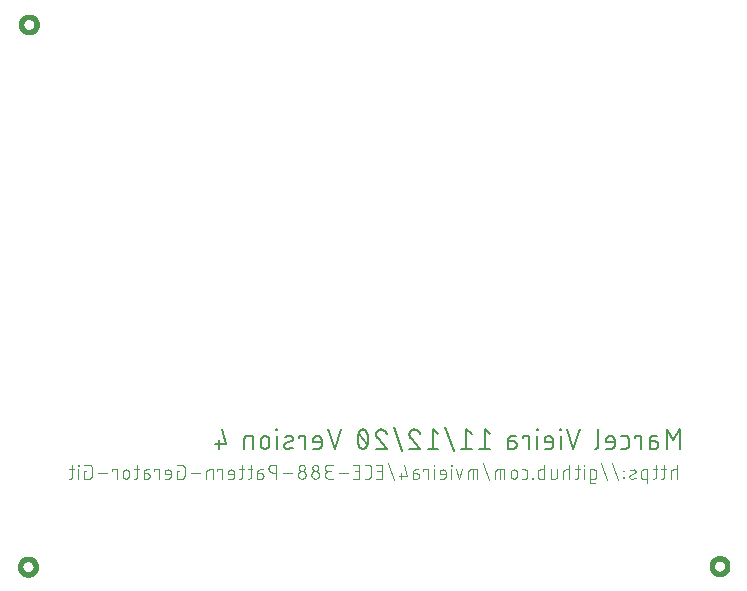
<source format=gbr>
G04 EAGLE Gerber RS-274X export*
G75*
%MOMM*%
%FSLAX34Y34*%
%LPD*%
%INSilkscreen Bottom*%
%IPPOS*%
%AMOC8*
5,1,8,0,0,1.08239X$1,22.5*%
G01*
%ADD10C,0.152400*%
%ADD11C,0.101600*%
%ADD12C,0.406400*%


D10*
X579438Y97362D02*
X579438Y113618D01*
X574019Y104587D01*
X568601Y113618D01*
X568601Y97362D01*
X558392Y103684D02*
X554328Y103684D01*
X558392Y103684D02*
X558504Y103682D01*
X558615Y103676D01*
X558726Y103666D01*
X558837Y103653D01*
X558947Y103635D01*
X559056Y103613D01*
X559165Y103588D01*
X559273Y103559D01*
X559379Y103526D01*
X559485Y103489D01*
X559589Y103449D01*
X559691Y103405D01*
X559792Y103357D01*
X559891Y103306D01*
X559989Y103251D01*
X560084Y103193D01*
X560177Y103132D01*
X560268Y103067D01*
X560357Y102999D01*
X560443Y102928D01*
X560526Y102855D01*
X560607Y102778D01*
X560686Y102698D01*
X560761Y102616D01*
X560833Y102531D01*
X560903Y102444D01*
X560969Y102354D01*
X561032Y102262D01*
X561092Y102167D01*
X561148Y102071D01*
X561201Y101973D01*
X561250Y101873D01*
X561296Y101771D01*
X561338Y101668D01*
X561377Y101563D01*
X561412Y101457D01*
X561443Y101350D01*
X561470Y101242D01*
X561494Y101133D01*
X561513Y101023D01*
X561529Y100913D01*
X561541Y100802D01*
X561549Y100690D01*
X561553Y100579D01*
X561553Y100467D01*
X561549Y100356D01*
X561541Y100244D01*
X561529Y100133D01*
X561513Y100023D01*
X561494Y99913D01*
X561470Y99804D01*
X561443Y99696D01*
X561412Y99589D01*
X561377Y99483D01*
X561338Y99378D01*
X561296Y99275D01*
X561250Y99173D01*
X561201Y99073D01*
X561148Y98975D01*
X561092Y98879D01*
X561032Y98784D01*
X560969Y98692D01*
X560903Y98602D01*
X560833Y98515D01*
X560761Y98430D01*
X560686Y98348D01*
X560607Y98268D01*
X560526Y98191D01*
X560443Y98118D01*
X560357Y98047D01*
X560268Y97979D01*
X560177Y97914D01*
X560084Y97853D01*
X559989Y97795D01*
X559891Y97740D01*
X559792Y97689D01*
X559691Y97641D01*
X559589Y97597D01*
X559485Y97557D01*
X559379Y97520D01*
X559273Y97487D01*
X559165Y97458D01*
X559056Y97433D01*
X558947Y97411D01*
X558837Y97393D01*
X558726Y97380D01*
X558615Y97370D01*
X558504Y97364D01*
X558392Y97362D01*
X554328Y97362D01*
X554328Y105490D01*
X554330Y105591D01*
X554336Y105692D01*
X554345Y105793D01*
X554358Y105894D01*
X554375Y105994D01*
X554396Y106093D01*
X554420Y106191D01*
X554448Y106288D01*
X554480Y106385D01*
X554515Y106480D01*
X554554Y106573D01*
X554596Y106665D01*
X554642Y106756D01*
X554691Y106845D01*
X554743Y106931D01*
X554799Y107016D01*
X554857Y107099D01*
X554919Y107179D01*
X554984Y107257D01*
X555051Y107333D01*
X555121Y107406D01*
X555194Y107476D01*
X555270Y107543D01*
X555348Y107608D01*
X555428Y107670D01*
X555511Y107728D01*
X555596Y107784D01*
X555683Y107836D01*
X555771Y107885D01*
X555862Y107931D01*
X555954Y107973D01*
X556047Y108012D01*
X556142Y108047D01*
X556239Y108079D01*
X556336Y108107D01*
X556434Y108131D01*
X556533Y108152D01*
X556633Y108169D01*
X556734Y108182D01*
X556835Y108191D01*
X556936Y108197D01*
X557037Y108199D01*
X560650Y108199D01*
X546806Y108199D02*
X546806Y97362D01*
X546806Y108199D02*
X541387Y108199D01*
X541387Y106393D01*
X533743Y97362D02*
X530130Y97362D01*
X533743Y97362D02*
X533844Y97364D01*
X533945Y97370D01*
X534046Y97379D01*
X534147Y97392D01*
X534247Y97409D01*
X534346Y97430D01*
X534444Y97454D01*
X534541Y97482D01*
X534638Y97514D01*
X534733Y97549D01*
X534826Y97588D01*
X534918Y97630D01*
X535009Y97676D01*
X535098Y97725D01*
X535184Y97777D01*
X535269Y97833D01*
X535352Y97891D01*
X535432Y97953D01*
X535510Y98018D01*
X535586Y98085D01*
X535659Y98155D01*
X535729Y98228D01*
X535796Y98304D01*
X535861Y98382D01*
X535923Y98462D01*
X535981Y98545D01*
X536037Y98630D01*
X536089Y98716D01*
X536138Y98805D01*
X536184Y98896D01*
X536226Y98988D01*
X536265Y99081D01*
X536300Y99176D01*
X536332Y99273D01*
X536360Y99370D01*
X536384Y99468D01*
X536405Y99567D01*
X536422Y99667D01*
X536435Y99768D01*
X536444Y99869D01*
X536450Y99970D01*
X536452Y100071D01*
X536452Y105490D01*
X536450Y105591D01*
X536444Y105692D01*
X536435Y105793D01*
X536422Y105894D01*
X536405Y105994D01*
X536384Y106093D01*
X536360Y106191D01*
X536332Y106288D01*
X536300Y106385D01*
X536265Y106480D01*
X536226Y106573D01*
X536184Y106665D01*
X536138Y106756D01*
X536089Y106845D01*
X536037Y106931D01*
X535981Y107016D01*
X535923Y107099D01*
X535861Y107179D01*
X535796Y107257D01*
X535729Y107333D01*
X535659Y107406D01*
X535586Y107476D01*
X535510Y107543D01*
X535432Y107608D01*
X535352Y107670D01*
X535269Y107728D01*
X535184Y107784D01*
X535098Y107836D01*
X535009Y107885D01*
X534918Y107931D01*
X534826Y107973D01*
X534733Y108012D01*
X534638Y108047D01*
X534541Y108079D01*
X534444Y108107D01*
X534346Y108131D01*
X534247Y108152D01*
X534147Y108169D01*
X534046Y108182D01*
X533945Y108191D01*
X533844Y108197D01*
X533743Y108199D01*
X530130Y108199D01*
X521776Y97362D02*
X517261Y97362D01*
X521776Y97362D02*
X521877Y97364D01*
X521978Y97370D01*
X522079Y97379D01*
X522180Y97392D01*
X522280Y97409D01*
X522379Y97430D01*
X522477Y97454D01*
X522574Y97482D01*
X522671Y97514D01*
X522766Y97549D01*
X522859Y97588D01*
X522951Y97630D01*
X523042Y97676D01*
X523131Y97725D01*
X523217Y97777D01*
X523302Y97833D01*
X523385Y97891D01*
X523465Y97953D01*
X523543Y98018D01*
X523619Y98085D01*
X523692Y98155D01*
X523762Y98228D01*
X523829Y98304D01*
X523894Y98382D01*
X523956Y98462D01*
X524014Y98545D01*
X524070Y98630D01*
X524122Y98716D01*
X524171Y98805D01*
X524217Y98896D01*
X524259Y98988D01*
X524298Y99081D01*
X524333Y99176D01*
X524365Y99273D01*
X524393Y99370D01*
X524417Y99468D01*
X524438Y99567D01*
X524455Y99667D01*
X524468Y99768D01*
X524477Y99869D01*
X524483Y99970D01*
X524485Y100071D01*
X524486Y100071D02*
X524486Y104587D01*
X524485Y104587D02*
X524483Y104706D01*
X524477Y104826D01*
X524467Y104945D01*
X524453Y105063D01*
X524436Y105182D01*
X524414Y105299D01*
X524389Y105416D01*
X524359Y105531D01*
X524326Y105646D01*
X524289Y105760D01*
X524249Y105872D01*
X524204Y105983D01*
X524156Y106092D01*
X524105Y106200D01*
X524050Y106306D01*
X523991Y106410D01*
X523929Y106512D01*
X523864Y106612D01*
X523795Y106710D01*
X523723Y106806D01*
X523648Y106899D01*
X523571Y106989D01*
X523490Y107077D01*
X523406Y107162D01*
X523319Y107244D01*
X523230Y107324D01*
X523138Y107400D01*
X523044Y107474D01*
X522947Y107544D01*
X522849Y107611D01*
X522748Y107675D01*
X522644Y107735D01*
X522539Y107792D01*
X522432Y107845D01*
X522324Y107895D01*
X522214Y107941D01*
X522102Y107983D01*
X521989Y108022D01*
X521875Y108057D01*
X521760Y108088D01*
X521643Y108116D01*
X521526Y108139D01*
X521409Y108159D01*
X521290Y108175D01*
X521171Y108187D01*
X521052Y108195D01*
X520933Y108199D01*
X520813Y108199D01*
X520694Y108195D01*
X520575Y108187D01*
X520456Y108175D01*
X520337Y108159D01*
X520220Y108139D01*
X520103Y108116D01*
X519986Y108088D01*
X519871Y108057D01*
X519757Y108022D01*
X519644Y107983D01*
X519532Y107941D01*
X519422Y107895D01*
X519314Y107845D01*
X519207Y107792D01*
X519102Y107735D01*
X518998Y107675D01*
X518897Y107611D01*
X518799Y107544D01*
X518702Y107474D01*
X518608Y107400D01*
X518516Y107324D01*
X518427Y107244D01*
X518340Y107162D01*
X518256Y107077D01*
X518175Y106989D01*
X518098Y106899D01*
X518023Y106806D01*
X517951Y106710D01*
X517882Y106612D01*
X517817Y106512D01*
X517755Y106410D01*
X517696Y106306D01*
X517641Y106200D01*
X517590Y106092D01*
X517542Y105983D01*
X517497Y105872D01*
X517457Y105760D01*
X517420Y105646D01*
X517387Y105531D01*
X517357Y105416D01*
X517332Y105299D01*
X517310Y105182D01*
X517293Y105063D01*
X517279Y104945D01*
X517269Y104826D01*
X517263Y104706D01*
X517261Y104587D01*
X517261Y102781D01*
X524486Y102781D01*
X510702Y100071D02*
X510702Y113618D01*
X510701Y100071D02*
X510699Y99970D01*
X510693Y99869D01*
X510684Y99768D01*
X510671Y99667D01*
X510654Y99567D01*
X510633Y99468D01*
X510609Y99370D01*
X510581Y99273D01*
X510549Y99176D01*
X510514Y99081D01*
X510475Y98988D01*
X510433Y98896D01*
X510387Y98805D01*
X510338Y98716D01*
X510286Y98630D01*
X510230Y98545D01*
X510172Y98462D01*
X510110Y98382D01*
X510045Y98304D01*
X509978Y98228D01*
X509908Y98155D01*
X509835Y98085D01*
X509759Y98018D01*
X509681Y97953D01*
X509601Y97891D01*
X509518Y97833D01*
X509433Y97777D01*
X509347Y97725D01*
X509258Y97676D01*
X509167Y97630D01*
X509075Y97588D01*
X508982Y97549D01*
X508887Y97514D01*
X508790Y97482D01*
X508693Y97454D01*
X508595Y97430D01*
X508496Y97409D01*
X508396Y97392D01*
X508295Y97379D01*
X508194Y97370D01*
X508093Y97364D01*
X507992Y97362D01*
X489611Y97362D02*
X495029Y113618D01*
X484192Y113618D02*
X489611Y97362D01*
X478669Y97362D02*
X478669Y108199D01*
X479120Y112715D02*
X479120Y113618D01*
X478217Y113618D01*
X478217Y112715D01*
X479120Y112715D01*
X469672Y97362D02*
X465157Y97362D01*
X469672Y97362D02*
X469773Y97364D01*
X469874Y97370D01*
X469975Y97379D01*
X470076Y97392D01*
X470176Y97409D01*
X470275Y97430D01*
X470373Y97454D01*
X470470Y97482D01*
X470567Y97514D01*
X470662Y97549D01*
X470755Y97588D01*
X470847Y97630D01*
X470938Y97676D01*
X471027Y97725D01*
X471113Y97777D01*
X471198Y97833D01*
X471281Y97891D01*
X471361Y97953D01*
X471439Y98018D01*
X471515Y98085D01*
X471588Y98155D01*
X471658Y98228D01*
X471725Y98304D01*
X471790Y98382D01*
X471852Y98462D01*
X471910Y98545D01*
X471966Y98630D01*
X472018Y98716D01*
X472067Y98805D01*
X472113Y98896D01*
X472155Y98988D01*
X472194Y99081D01*
X472229Y99176D01*
X472261Y99273D01*
X472289Y99370D01*
X472313Y99468D01*
X472334Y99567D01*
X472351Y99667D01*
X472364Y99768D01*
X472373Y99869D01*
X472379Y99970D01*
X472381Y100071D01*
X472382Y100071D02*
X472382Y104587D01*
X472381Y104587D02*
X472379Y104706D01*
X472373Y104826D01*
X472363Y104945D01*
X472349Y105063D01*
X472332Y105182D01*
X472310Y105299D01*
X472285Y105416D01*
X472255Y105531D01*
X472222Y105646D01*
X472185Y105760D01*
X472145Y105872D01*
X472100Y105983D01*
X472052Y106092D01*
X472001Y106200D01*
X471946Y106306D01*
X471887Y106410D01*
X471825Y106512D01*
X471760Y106612D01*
X471691Y106710D01*
X471619Y106806D01*
X471544Y106899D01*
X471467Y106989D01*
X471386Y107077D01*
X471302Y107162D01*
X471215Y107244D01*
X471126Y107324D01*
X471034Y107400D01*
X470940Y107474D01*
X470843Y107544D01*
X470745Y107611D01*
X470644Y107675D01*
X470540Y107735D01*
X470435Y107792D01*
X470328Y107845D01*
X470220Y107895D01*
X470110Y107941D01*
X469998Y107983D01*
X469885Y108022D01*
X469771Y108057D01*
X469656Y108088D01*
X469539Y108116D01*
X469422Y108139D01*
X469305Y108159D01*
X469186Y108175D01*
X469067Y108187D01*
X468948Y108195D01*
X468829Y108199D01*
X468709Y108199D01*
X468590Y108195D01*
X468471Y108187D01*
X468352Y108175D01*
X468233Y108159D01*
X468116Y108139D01*
X467999Y108116D01*
X467882Y108088D01*
X467767Y108057D01*
X467653Y108022D01*
X467540Y107983D01*
X467428Y107941D01*
X467318Y107895D01*
X467210Y107845D01*
X467103Y107792D01*
X466998Y107735D01*
X466894Y107675D01*
X466793Y107611D01*
X466695Y107544D01*
X466598Y107474D01*
X466504Y107400D01*
X466412Y107324D01*
X466323Y107244D01*
X466236Y107162D01*
X466152Y107077D01*
X466071Y106989D01*
X465994Y106899D01*
X465919Y106806D01*
X465847Y106710D01*
X465778Y106612D01*
X465713Y106512D01*
X465651Y106410D01*
X465592Y106306D01*
X465537Y106200D01*
X465486Y106092D01*
X465438Y105983D01*
X465393Y105872D01*
X465353Y105760D01*
X465316Y105646D01*
X465283Y105531D01*
X465253Y105416D01*
X465228Y105299D01*
X465206Y105182D01*
X465189Y105063D01*
X465175Y104945D01*
X465165Y104826D01*
X465159Y104706D01*
X465157Y104587D01*
X465157Y102781D01*
X472382Y102781D01*
X458869Y108199D02*
X458869Y97362D01*
X459321Y112715D02*
X459321Y113618D01*
X458418Y113618D01*
X458418Y112715D01*
X459321Y112715D01*
X451976Y108199D02*
X451976Y97362D01*
X451976Y108199D02*
X446557Y108199D01*
X446557Y106393D01*
X438553Y103684D02*
X434489Y103684D01*
X438553Y103684D02*
X438665Y103682D01*
X438776Y103676D01*
X438887Y103666D01*
X438998Y103653D01*
X439108Y103635D01*
X439217Y103613D01*
X439326Y103588D01*
X439434Y103559D01*
X439540Y103526D01*
X439646Y103489D01*
X439750Y103449D01*
X439852Y103405D01*
X439953Y103357D01*
X440052Y103306D01*
X440150Y103251D01*
X440245Y103193D01*
X440338Y103132D01*
X440429Y103067D01*
X440518Y102999D01*
X440604Y102928D01*
X440687Y102855D01*
X440768Y102778D01*
X440847Y102698D01*
X440922Y102616D01*
X440994Y102531D01*
X441064Y102444D01*
X441130Y102354D01*
X441193Y102262D01*
X441253Y102167D01*
X441309Y102071D01*
X441362Y101973D01*
X441411Y101873D01*
X441457Y101771D01*
X441499Y101668D01*
X441538Y101563D01*
X441573Y101457D01*
X441604Y101350D01*
X441631Y101242D01*
X441655Y101133D01*
X441674Y101023D01*
X441690Y100913D01*
X441702Y100802D01*
X441710Y100690D01*
X441714Y100579D01*
X441714Y100467D01*
X441710Y100356D01*
X441702Y100244D01*
X441690Y100133D01*
X441674Y100023D01*
X441655Y99913D01*
X441631Y99804D01*
X441604Y99696D01*
X441573Y99589D01*
X441538Y99483D01*
X441499Y99378D01*
X441457Y99275D01*
X441411Y99173D01*
X441362Y99073D01*
X441309Y98975D01*
X441253Y98879D01*
X441193Y98784D01*
X441130Y98692D01*
X441064Y98602D01*
X440994Y98515D01*
X440922Y98430D01*
X440847Y98348D01*
X440768Y98268D01*
X440687Y98191D01*
X440604Y98118D01*
X440518Y98047D01*
X440429Y97979D01*
X440338Y97914D01*
X440245Y97853D01*
X440150Y97795D01*
X440052Y97740D01*
X439953Y97689D01*
X439852Y97641D01*
X439750Y97597D01*
X439646Y97557D01*
X439540Y97520D01*
X439434Y97487D01*
X439326Y97458D01*
X439217Y97433D01*
X439108Y97411D01*
X438998Y97393D01*
X438887Y97380D01*
X438776Y97370D01*
X438665Y97364D01*
X438553Y97362D01*
X434489Y97362D01*
X434489Y105490D01*
X434491Y105591D01*
X434497Y105692D01*
X434506Y105793D01*
X434519Y105894D01*
X434536Y105994D01*
X434557Y106093D01*
X434581Y106191D01*
X434609Y106288D01*
X434641Y106385D01*
X434676Y106480D01*
X434715Y106573D01*
X434757Y106665D01*
X434803Y106756D01*
X434852Y106845D01*
X434904Y106931D01*
X434960Y107016D01*
X435018Y107099D01*
X435080Y107179D01*
X435145Y107257D01*
X435212Y107333D01*
X435282Y107406D01*
X435355Y107476D01*
X435431Y107543D01*
X435509Y107608D01*
X435589Y107670D01*
X435672Y107728D01*
X435757Y107784D01*
X435844Y107836D01*
X435932Y107885D01*
X436023Y107931D01*
X436115Y107973D01*
X436208Y108012D01*
X436303Y108047D01*
X436400Y108079D01*
X436497Y108107D01*
X436595Y108131D01*
X436694Y108152D01*
X436794Y108169D01*
X436895Y108182D01*
X436996Y108191D01*
X437097Y108197D01*
X437198Y108199D01*
X440810Y108199D01*
X419096Y110006D02*
X414581Y113618D01*
X414581Y97362D01*
X419096Y97362D02*
X410065Y97362D01*
X403465Y110006D02*
X398950Y113618D01*
X398950Y97362D01*
X403465Y97362D02*
X394434Y97362D01*
X388494Y95556D02*
X381269Y115424D01*
X375329Y110006D02*
X370814Y113618D01*
X370814Y97362D01*
X375329Y97362D02*
X366298Y97362D01*
X350667Y109554D02*
X350669Y109679D01*
X350675Y109804D01*
X350684Y109929D01*
X350698Y110053D01*
X350715Y110177D01*
X350736Y110301D01*
X350761Y110423D01*
X350790Y110545D01*
X350822Y110666D01*
X350858Y110786D01*
X350898Y110905D01*
X350941Y111022D01*
X350988Y111138D01*
X351039Y111253D01*
X351093Y111365D01*
X351151Y111477D01*
X351211Y111586D01*
X351276Y111693D01*
X351343Y111799D01*
X351414Y111902D01*
X351488Y112003D01*
X351565Y112102D01*
X351645Y112198D01*
X351728Y112292D01*
X351813Y112383D01*
X351902Y112472D01*
X351993Y112557D01*
X352087Y112640D01*
X352183Y112720D01*
X352282Y112797D01*
X352383Y112871D01*
X352486Y112942D01*
X352592Y113009D01*
X352699Y113074D01*
X352808Y113134D01*
X352920Y113192D01*
X353032Y113246D01*
X353147Y113297D01*
X353263Y113344D01*
X353380Y113387D01*
X353499Y113427D01*
X353619Y113463D01*
X353740Y113495D01*
X353862Y113524D01*
X353984Y113549D01*
X354108Y113570D01*
X354232Y113587D01*
X354356Y113601D01*
X354481Y113610D01*
X354606Y113616D01*
X354731Y113618D01*
X354874Y113616D01*
X355016Y113610D01*
X355159Y113600D01*
X355301Y113587D01*
X355442Y113569D01*
X355584Y113548D01*
X355724Y113523D01*
X355864Y113494D01*
X356003Y113461D01*
X356141Y113424D01*
X356278Y113384D01*
X356413Y113340D01*
X356548Y113292D01*
X356681Y113240D01*
X356813Y113185D01*
X356943Y113126D01*
X357071Y113064D01*
X357198Y112998D01*
X357323Y112929D01*
X357446Y112857D01*
X357567Y112781D01*
X357685Y112702D01*
X357802Y112619D01*
X357916Y112534D01*
X358028Y112445D01*
X358137Y112354D01*
X358244Y112259D01*
X358349Y112162D01*
X358450Y112061D01*
X358549Y111958D01*
X358645Y111853D01*
X358738Y111744D01*
X358828Y111633D01*
X358915Y111520D01*
X358999Y111405D01*
X359079Y111287D01*
X359157Y111167D01*
X359231Y111045D01*
X359301Y110921D01*
X359369Y110795D01*
X359432Y110667D01*
X359493Y110538D01*
X359550Y110407D01*
X359603Y110275D01*
X359652Y110141D01*
X359698Y110006D01*
X352022Y106393D02*
X351928Y106485D01*
X351838Y106579D01*
X351750Y106676D01*
X351665Y106776D01*
X351583Y106878D01*
X351504Y106983D01*
X351429Y107090D01*
X351357Y107199D01*
X351288Y107310D01*
X351222Y107424D01*
X351160Y107539D01*
X351101Y107656D01*
X351046Y107775D01*
X350995Y107895D01*
X350947Y108017D01*
X350902Y108140D01*
X350862Y108264D01*
X350825Y108390D01*
X350792Y108517D01*
X350763Y108644D01*
X350737Y108773D01*
X350716Y108902D01*
X350698Y109032D01*
X350685Y109162D01*
X350675Y109292D01*
X350669Y109423D01*
X350667Y109554D01*
X352021Y106393D02*
X359698Y97362D01*
X350667Y97362D01*
X344727Y95556D02*
X337502Y115424D01*
X326595Y113618D02*
X326470Y113616D01*
X326345Y113610D01*
X326220Y113601D01*
X326096Y113587D01*
X325972Y113570D01*
X325848Y113549D01*
X325726Y113524D01*
X325604Y113495D01*
X325483Y113463D01*
X325363Y113427D01*
X325244Y113387D01*
X325127Y113344D01*
X325011Y113297D01*
X324896Y113246D01*
X324784Y113192D01*
X324672Y113134D01*
X324563Y113074D01*
X324456Y113009D01*
X324350Y112942D01*
X324247Y112871D01*
X324146Y112797D01*
X324047Y112720D01*
X323951Y112640D01*
X323857Y112557D01*
X323766Y112472D01*
X323677Y112383D01*
X323592Y112292D01*
X323509Y112198D01*
X323429Y112102D01*
X323352Y112003D01*
X323278Y111902D01*
X323207Y111799D01*
X323140Y111693D01*
X323075Y111586D01*
X323015Y111477D01*
X322957Y111365D01*
X322903Y111253D01*
X322852Y111138D01*
X322805Y111022D01*
X322762Y110905D01*
X322722Y110786D01*
X322686Y110666D01*
X322654Y110545D01*
X322625Y110423D01*
X322600Y110301D01*
X322579Y110177D01*
X322562Y110053D01*
X322548Y109929D01*
X322539Y109804D01*
X322533Y109679D01*
X322531Y109554D01*
X326595Y113618D02*
X326738Y113616D01*
X326880Y113610D01*
X327023Y113600D01*
X327165Y113587D01*
X327306Y113569D01*
X327448Y113548D01*
X327588Y113523D01*
X327728Y113494D01*
X327867Y113461D01*
X328005Y113424D01*
X328142Y113384D01*
X328277Y113340D01*
X328412Y113292D01*
X328545Y113240D01*
X328677Y113185D01*
X328807Y113126D01*
X328935Y113064D01*
X329062Y112998D01*
X329187Y112929D01*
X329310Y112857D01*
X329431Y112781D01*
X329549Y112702D01*
X329666Y112619D01*
X329780Y112534D01*
X329892Y112445D01*
X330001Y112354D01*
X330108Y112259D01*
X330213Y112162D01*
X330314Y112061D01*
X330413Y111958D01*
X330509Y111853D01*
X330602Y111744D01*
X330692Y111633D01*
X330779Y111520D01*
X330863Y111405D01*
X330943Y111287D01*
X331021Y111167D01*
X331095Y111045D01*
X331165Y110921D01*
X331233Y110795D01*
X331296Y110667D01*
X331357Y110538D01*
X331414Y110407D01*
X331467Y110275D01*
X331516Y110141D01*
X331562Y110006D01*
X323886Y106393D02*
X323792Y106485D01*
X323702Y106579D01*
X323614Y106676D01*
X323529Y106776D01*
X323447Y106878D01*
X323368Y106983D01*
X323293Y107090D01*
X323221Y107199D01*
X323152Y107310D01*
X323086Y107424D01*
X323024Y107539D01*
X322965Y107656D01*
X322910Y107775D01*
X322859Y107895D01*
X322811Y108017D01*
X322766Y108140D01*
X322726Y108264D01*
X322689Y108390D01*
X322656Y108517D01*
X322627Y108644D01*
X322601Y108773D01*
X322580Y108902D01*
X322562Y109032D01*
X322549Y109162D01*
X322539Y109292D01*
X322533Y109423D01*
X322531Y109554D01*
X323885Y106393D02*
X331562Y97362D01*
X322531Y97362D01*
X315930Y105490D02*
X315926Y105810D01*
X315915Y106129D01*
X315896Y106449D01*
X315869Y106767D01*
X315835Y107085D01*
X315793Y107402D01*
X315743Y107718D01*
X315686Y108033D01*
X315622Y108346D01*
X315550Y108658D01*
X315471Y108968D01*
X315384Y109275D01*
X315290Y109581D01*
X315189Y109884D01*
X315080Y110185D01*
X314965Y110483D01*
X314842Y110779D01*
X314712Y111071D01*
X314575Y111360D01*
X314576Y111361D02*
X314537Y111469D01*
X314494Y111576D01*
X314448Y111681D01*
X314397Y111785D01*
X314344Y111887D01*
X314287Y111987D01*
X314226Y112085D01*
X314162Y112180D01*
X314095Y112274D01*
X314024Y112365D01*
X313951Y112454D01*
X313874Y112540D01*
X313795Y112623D01*
X313713Y112704D01*
X313628Y112782D01*
X313540Y112856D01*
X313450Y112928D01*
X313358Y112996D01*
X313263Y113062D01*
X313166Y113124D01*
X313067Y113182D01*
X312965Y113238D01*
X312863Y113289D01*
X312758Y113337D01*
X312652Y113382D01*
X312544Y113423D01*
X312435Y113460D01*
X312325Y113493D01*
X312213Y113522D01*
X312101Y113548D01*
X311988Y113570D01*
X311874Y113587D01*
X311760Y113601D01*
X311645Y113611D01*
X311530Y113617D01*
X311415Y113619D01*
X311415Y113618D02*
X311300Y113616D01*
X311185Y113610D01*
X311070Y113600D01*
X310956Y113586D01*
X310842Y113569D01*
X310729Y113547D01*
X310617Y113521D01*
X310505Y113492D01*
X310395Y113459D01*
X310286Y113422D01*
X310178Y113381D01*
X310072Y113336D01*
X309968Y113288D01*
X309865Y113237D01*
X309764Y113181D01*
X309664Y113123D01*
X309567Y113061D01*
X309473Y112996D01*
X309380Y112927D01*
X309290Y112855D01*
X309202Y112781D01*
X309117Y112703D01*
X309035Y112622D01*
X308956Y112539D01*
X308879Y112453D01*
X308806Y112364D01*
X308735Y112273D01*
X308668Y112179D01*
X308604Y112084D01*
X308543Y111986D01*
X308486Y111886D01*
X308433Y111784D01*
X308382Y111680D01*
X308336Y111575D01*
X308293Y111468D01*
X308254Y111360D01*
X308255Y111360D02*
X308118Y111071D01*
X307988Y110779D01*
X307865Y110483D01*
X307750Y110185D01*
X307641Y109884D01*
X307540Y109581D01*
X307446Y109275D01*
X307359Y108968D01*
X307280Y108658D01*
X307208Y108346D01*
X307144Y108033D01*
X307087Y107718D01*
X307037Y107402D01*
X306995Y107085D01*
X306961Y106767D01*
X306934Y106449D01*
X306915Y106129D01*
X306904Y105810D01*
X306900Y105490D01*
X315930Y105490D02*
X315926Y105170D01*
X315915Y104851D01*
X315896Y104531D01*
X315869Y104213D01*
X315835Y103895D01*
X315793Y103578D01*
X315743Y103262D01*
X315686Y102947D01*
X315622Y102634D01*
X315550Y102322D01*
X315471Y102012D01*
X315384Y101705D01*
X315290Y101399D01*
X315189Y101096D01*
X315080Y100795D01*
X314965Y100497D01*
X314842Y100201D01*
X314712Y99909D01*
X314575Y99620D01*
X314576Y99620D02*
X314537Y99512D01*
X314494Y99405D01*
X314448Y99300D01*
X314397Y99196D01*
X314344Y99094D01*
X314287Y98994D01*
X314226Y98896D01*
X314162Y98801D01*
X314095Y98707D01*
X314024Y98616D01*
X313951Y98527D01*
X313874Y98441D01*
X313795Y98358D01*
X313713Y98277D01*
X313628Y98199D01*
X313540Y98125D01*
X313450Y98053D01*
X313357Y97984D01*
X313263Y97919D01*
X313166Y97857D01*
X313066Y97799D01*
X312965Y97743D01*
X312863Y97692D01*
X312758Y97644D01*
X312652Y97599D01*
X312544Y97558D01*
X312435Y97521D01*
X312325Y97488D01*
X312213Y97459D01*
X312101Y97433D01*
X311988Y97411D01*
X311874Y97394D01*
X311760Y97380D01*
X311645Y97370D01*
X311530Y97364D01*
X311415Y97362D01*
X308255Y99620D02*
X308118Y99909D01*
X307988Y100201D01*
X307865Y100497D01*
X307750Y100795D01*
X307641Y101096D01*
X307540Y101399D01*
X307446Y101705D01*
X307359Y102012D01*
X307280Y102322D01*
X307208Y102634D01*
X307144Y102947D01*
X307087Y103262D01*
X307037Y103578D01*
X306995Y103895D01*
X306961Y104213D01*
X306934Y104531D01*
X306915Y104851D01*
X306904Y105170D01*
X306900Y105490D01*
X308254Y99620D02*
X308293Y99512D01*
X308336Y99405D01*
X308382Y99300D01*
X308433Y99196D01*
X308486Y99094D01*
X308544Y98994D01*
X308604Y98896D01*
X308668Y98801D01*
X308735Y98707D01*
X308806Y98616D01*
X308879Y98527D01*
X308956Y98441D01*
X309035Y98358D01*
X309117Y98277D01*
X309202Y98199D01*
X309290Y98125D01*
X309380Y98053D01*
X309473Y97984D01*
X309567Y97919D01*
X309664Y97857D01*
X309764Y97799D01*
X309865Y97743D01*
X309968Y97692D01*
X310072Y97644D01*
X310178Y97599D01*
X310286Y97558D01*
X310395Y97521D01*
X310505Y97488D01*
X310617Y97459D01*
X310729Y97433D01*
X310842Y97411D01*
X310956Y97394D01*
X311070Y97380D01*
X311185Y97370D01*
X311300Y97364D01*
X311415Y97362D01*
X315027Y100974D02*
X307803Y110006D01*
X292866Y113618D02*
X287447Y97362D01*
X282028Y113618D01*
X273761Y97362D02*
X269246Y97362D01*
X273761Y97362D02*
X273862Y97364D01*
X273963Y97370D01*
X274064Y97379D01*
X274165Y97392D01*
X274265Y97409D01*
X274364Y97430D01*
X274462Y97454D01*
X274559Y97482D01*
X274656Y97514D01*
X274751Y97549D01*
X274844Y97588D01*
X274936Y97630D01*
X275027Y97676D01*
X275116Y97725D01*
X275202Y97777D01*
X275287Y97833D01*
X275370Y97891D01*
X275450Y97953D01*
X275528Y98018D01*
X275604Y98085D01*
X275677Y98155D01*
X275747Y98228D01*
X275814Y98304D01*
X275879Y98382D01*
X275941Y98462D01*
X275999Y98545D01*
X276055Y98630D01*
X276107Y98716D01*
X276156Y98805D01*
X276202Y98896D01*
X276244Y98988D01*
X276283Y99081D01*
X276318Y99176D01*
X276350Y99273D01*
X276378Y99370D01*
X276402Y99468D01*
X276423Y99567D01*
X276440Y99667D01*
X276453Y99768D01*
X276462Y99869D01*
X276468Y99970D01*
X276470Y100071D01*
X276470Y104587D01*
X276468Y104706D01*
X276462Y104826D01*
X276452Y104945D01*
X276438Y105063D01*
X276421Y105182D01*
X276399Y105299D01*
X276374Y105416D01*
X276344Y105531D01*
X276311Y105646D01*
X276274Y105760D01*
X276234Y105872D01*
X276189Y105983D01*
X276141Y106092D01*
X276090Y106200D01*
X276035Y106306D01*
X275976Y106410D01*
X275914Y106512D01*
X275849Y106612D01*
X275780Y106710D01*
X275708Y106806D01*
X275633Y106899D01*
X275556Y106989D01*
X275475Y107077D01*
X275391Y107162D01*
X275304Y107244D01*
X275215Y107324D01*
X275123Y107400D01*
X275029Y107474D01*
X274932Y107544D01*
X274834Y107611D01*
X274733Y107675D01*
X274629Y107735D01*
X274524Y107792D01*
X274417Y107845D01*
X274309Y107895D01*
X274199Y107941D01*
X274087Y107983D01*
X273974Y108022D01*
X273860Y108057D01*
X273745Y108088D01*
X273628Y108116D01*
X273511Y108139D01*
X273394Y108159D01*
X273275Y108175D01*
X273156Y108187D01*
X273037Y108195D01*
X272918Y108199D01*
X272798Y108199D01*
X272679Y108195D01*
X272560Y108187D01*
X272441Y108175D01*
X272322Y108159D01*
X272205Y108139D01*
X272088Y108116D01*
X271971Y108088D01*
X271856Y108057D01*
X271742Y108022D01*
X271629Y107983D01*
X271517Y107941D01*
X271407Y107895D01*
X271299Y107845D01*
X271192Y107792D01*
X271087Y107735D01*
X270983Y107675D01*
X270882Y107611D01*
X270784Y107544D01*
X270687Y107474D01*
X270593Y107400D01*
X270501Y107324D01*
X270412Y107244D01*
X270325Y107162D01*
X270241Y107077D01*
X270160Y106989D01*
X270083Y106899D01*
X270008Y106806D01*
X269936Y106710D01*
X269867Y106612D01*
X269802Y106512D01*
X269740Y106410D01*
X269681Y106306D01*
X269626Y106200D01*
X269575Y106092D01*
X269527Y105983D01*
X269482Y105872D01*
X269442Y105760D01*
X269405Y105646D01*
X269372Y105531D01*
X269342Y105416D01*
X269317Y105299D01*
X269295Y105182D01*
X269278Y105063D01*
X269264Y104945D01*
X269254Y104826D01*
X269248Y104706D01*
X269246Y104587D01*
X269246Y102781D01*
X276470Y102781D01*
X262317Y97362D02*
X262317Y108199D01*
X256899Y108199D01*
X256899Y106393D01*
X250627Y103684D02*
X246111Y101878D01*
X250627Y103684D02*
X250715Y103721D01*
X250801Y103762D01*
X250886Y103806D01*
X250969Y103854D01*
X251049Y103905D01*
X251128Y103959D01*
X251204Y104017D01*
X251278Y104077D01*
X251350Y104141D01*
X251418Y104207D01*
X251484Y104277D01*
X251547Y104348D01*
X251608Y104423D01*
X251665Y104499D01*
X251718Y104578D01*
X251769Y104659D01*
X251816Y104742D01*
X251860Y104827D01*
X251900Y104914D01*
X251937Y105002D01*
X251970Y105092D01*
X252000Y105183D01*
X252025Y105275D01*
X252047Y105368D01*
X252065Y105462D01*
X252080Y105556D01*
X252090Y105651D01*
X252096Y105747D01*
X252099Y105842D01*
X252098Y105938D01*
X252092Y106033D01*
X252083Y106129D01*
X252070Y106223D01*
X252054Y106317D01*
X252033Y106411D01*
X252008Y106503D01*
X251980Y106594D01*
X251948Y106684D01*
X251913Y106773D01*
X251874Y106860D01*
X251831Y106946D01*
X251785Y107030D01*
X251735Y107111D01*
X251683Y107191D01*
X251627Y107269D01*
X251567Y107344D01*
X251505Y107416D01*
X251440Y107486D01*
X251372Y107554D01*
X251302Y107618D01*
X251229Y107680D01*
X251153Y107738D01*
X251075Y107794D01*
X250995Y107846D01*
X250913Y107895D01*
X250829Y107940D01*
X250743Y107982D01*
X250656Y108021D01*
X250567Y108056D01*
X250476Y108087D01*
X250385Y108114D01*
X250292Y108138D01*
X250199Y108158D01*
X250105Y108174D01*
X250010Y108186D01*
X249915Y108195D01*
X249819Y108199D01*
X249724Y108200D01*
X249477Y108193D01*
X249231Y108181D01*
X248985Y108163D01*
X248739Y108138D01*
X248495Y108108D01*
X248251Y108072D01*
X248008Y108031D01*
X247766Y107983D01*
X247525Y107929D01*
X247286Y107870D01*
X247048Y107805D01*
X246812Y107734D01*
X246577Y107658D01*
X246344Y107576D01*
X246114Y107488D01*
X245886Y107395D01*
X245659Y107297D01*
X246111Y101877D02*
X246023Y101840D01*
X245937Y101799D01*
X245852Y101755D01*
X245769Y101707D01*
X245689Y101656D01*
X245610Y101602D01*
X245534Y101544D01*
X245460Y101484D01*
X245388Y101420D01*
X245320Y101354D01*
X245254Y101284D01*
X245191Y101213D01*
X245130Y101138D01*
X245073Y101062D01*
X245020Y100983D01*
X244969Y100902D01*
X244922Y100819D01*
X244878Y100734D01*
X244838Y100647D01*
X244801Y100559D01*
X244768Y100469D01*
X244738Y100378D01*
X244713Y100286D01*
X244691Y100193D01*
X244673Y100099D01*
X244658Y100005D01*
X244648Y99910D01*
X244642Y99814D01*
X244639Y99719D01*
X244640Y99623D01*
X244646Y99528D01*
X244655Y99432D01*
X244668Y99338D01*
X244684Y99244D01*
X244705Y99150D01*
X244730Y99058D01*
X244758Y98967D01*
X244790Y98877D01*
X244825Y98788D01*
X244864Y98701D01*
X244907Y98615D01*
X244953Y98531D01*
X245003Y98450D01*
X245055Y98370D01*
X245111Y98292D01*
X245171Y98217D01*
X245233Y98145D01*
X245298Y98075D01*
X245366Y98007D01*
X245436Y97943D01*
X245509Y97881D01*
X245585Y97823D01*
X245663Y97767D01*
X245743Y97715D01*
X245825Y97666D01*
X245909Y97621D01*
X245995Y97579D01*
X246082Y97540D01*
X246171Y97505D01*
X246262Y97474D01*
X246353Y97447D01*
X246446Y97423D01*
X246539Y97403D01*
X246633Y97387D01*
X246728Y97375D01*
X246823Y97366D01*
X246919Y97362D01*
X247014Y97361D01*
X247015Y97362D02*
X247377Y97371D01*
X247739Y97389D01*
X248100Y97416D01*
X248460Y97451D01*
X248820Y97494D01*
X249179Y97546D01*
X249536Y97607D01*
X249891Y97676D01*
X250245Y97753D01*
X250597Y97839D01*
X250947Y97933D01*
X251295Y98036D01*
X251640Y98146D01*
X251982Y98265D01*
X238469Y97362D02*
X238469Y108199D01*
X238921Y112715D02*
X238921Y113618D01*
X238018Y113618D01*
X238018Y112715D01*
X238921Y112715D01*
X232182Y104587D02*
X232182Y100974D01*
X232182Y104587D02*
X232180Y104706D01*
X232174Y104826D01*
X232164Y104945D01*
X232150Y105063D01*
X232133Y105182D01*
X232111Y105299D01*
X232086Y105416D01*
X232056Y105531D01*
X232023Y105646D01*
X231986Y105760D01*
X231946Y105872D01*
X231901Y105983D01*
X231853Y106092D01*
X231802Y106200D01*
X231747Y106306D01*
X231688Y106410D01*
X231626Y106512D01*
X231561Y106612D01*
X231492Y106710D01*
X231420Y106806D01*
X231345Y106899D01*
X231268Y106989D01*
X231187Y107077D01*
X231103Y107162D01*
X231016Y107244D01*
X230927Y107324D01*
X230835Y107400D01*
X230741Y107474D01*
X230644Y107544D01*
X230546Y107611D01*
X230445Y107675D01*
X230341Y107735D01*
X230236Y107792D01*
X230129Y107845D01*
X230021Y107895D01*
X229911Y107941D01*
X229799Y107983D01*
X229686Y108022D01*
X229572Y108057D01*
X229457Y108088D01*
X229340Y108116D01*
X229223Y108139D01*
X229106Y108159D01*
X228987Y108175D01*
X228868Y108187D01*
X228749Y108195D01*
X228630Y108199D01*
X228510Y108199D01*
X228391Y108195D01*
X228272Y108187D01*
X228153Y108175D01*
X228034Y108159D01*
X227917Y108139D01*
X227800Y108116D01*
X227683Y108088D01*
X227568Y108057D01*
X227454Y108022D01*
X227341Y107983D01*
X227229Y107941D01*
X227119Y107895D01*
X227011Y107845D01*
X226904Y107792D01*
X226799Y107735D01*
X226695Y107675D01*
X226594Y107611D01*
X226496Y107544D01*
X226399Y107474D01*
X226305Y107400D01*
X226213Y107324D01*
X226124Y107244D01*
X226037Y107162D01*
X225953Y107077D01*
X225872Y106989D01*
X225795Y106899D01*
X225720Y106806D01*
X225648Y106710D01*
X225579Y106612D01*
X225514Y106512D01*
X225452Y106410D01*
X225393Y106306D01*
X225338Y106200D01*
X225287Y106092D01*
X225239Y105983D01*
X225194Y105872D01*
X225154Y105760D01*
X225117Y105646D01*
X225084Y105531D01*
X225054Y105416D01*
X225029Y105299D01*
X225007Y105182D01*
X224990Y105063D01*
X224976Y104945D01*
X224966Y104826D01*
X224960Y104706D01*
X224958Y104587D01*
X224957Y104587D02*
X224957Y100974D01*
X224958Y100974D02*
X224960Y100855D01*
X224966Y100735D01*
X224976Y100616D01*
X224990Y100498D01*
X225007Y100379D01*
X225029Y100262D01*
X225054Y100145D01*
X225084Y100030D01*
X225117Y99915D01*
X225154Y99801D01*
X225194Y99689D01*
X225239Y99578D01*
X225287Y99469D01*
X225338Y99361D01*
X225393Y99255D01*
X225452Y99151D01*
X225514Y99049D01*
X225579Y98949D01*
X225648Y98851D01*
X225720Y98755D01*
X225795Y98662D01*
X225872Y98572D01*
X225953Y98484D01*
X226037Y98399D01*
X226124Y98317D01*
X226213Y98237D01*
X226305Y98161D01*
X226399Y98087D01*
X226496Y98017D01*
X226594Y97950D01*
X226695Y97886D01*
X226799Y97826D01*
X226904Y97769D01*
X227011Y97716D01*
X227119Y97666D01*
X227229Y97620D01*
X227341Y97578D01*
X227454Y97539D01*
X227568Y97504D01*
X227683Y97473D01*
X227800Y97445D01*
X227917Y97422D01*
X228034Y97402D01*
X228153Y97386D01*
X228272Y97374D01*
X228391Y97366D01*
X228510Y97362D01*
X228630Y97362D01*
X228749Y97366D01*
X228868Y97374D01*
X228987Y97386D01*
X229106Y97402D01*
X229223Y97422D01*
X229340Y97445D01*
X229457Y97473D01*
X229572Y97504D01*
X229686Y97539D01*
X229799Y97578D01*
X229911Y97620D01*
X230021Y97666D01*
X230129Y97716D01*
X230236Y97769D01*
X230341Y97826D01*
X230445Y97886D01*
X230546Y97950D01*
X230644Y98017D01*
X230741Y98087D01*
X230835Y98161D01*
X230927Y98237D01*
X231016Y98317D01*
X231103Y98399D01*
X231187Y98484D01*
X231268Y98572D01*
X231345Y98662D01*
X231420Y98755D01*
X231492Y98851D01*
X231561Y98949D01*
X231626Y99049D01*
X231688Y99151D01*
X231747Y99255D01*
X231802Y99361D01*
X231853Y99469D01*
X231901Y99578D01*
X231946Y99689D01*
X231986Y99801D01*
X232023Y99915D01*
X232056Y100030D01*
X232086Y100145D01*
X232111Y100262D01*
X232133Y100379D01*
X232150Y100498D01*
X232164Y100616D01*
X232174Y100735D01*
X232180Y100855D01*
X232182Y100974D01*
X218114Y97362D02*
X218114Y108199D01*
X213598Y108199D01*
X213494Y108197D01*
X213391Y108191D01*
X213287Y108181D01*
X213184Y108167D01*
X213082Y108149D01*
X212981Y108128D01*
X212880Y108102D01*
X212781Y108073D01*
X212682Y108040D01*
X212585Y108003D01*
X212490Y107962D01*
X212396Y107918D01*
X212304Y107870D01*
X212214Y107819D01*
X212125Y107764D01*
X212039Y107706D01*
X211956Y107644D01*
X211874Y107580D01*
X211796Y107512D01*
X211720Y107442D01*
X211646Y107369D01*
X211576Y107292D01*
X211508Y107214D01*
X211444Y107132D01*
X211382Y107049D01*
X211324Y106963D01*
X211269Y106874D01*
X211218Y106784D01*
X211170Y106692D01*
X211126Y106598D01*
X211085Y106503D01*
X211048Y106406D01*
X211015Y106307D01*
X210986Y106208D01*
X210960Y106107D01*
X210939Y106006D01*
X210921Y105904D01*
X210907Y105801D01*
X210897Y105697D01*
X210891Y105594D01*
X210889Y105490D01*
X210889Y97362D01*
X195570Y100974D02*
X191958Y113618D01*
X195570Y100974D02*
X186539Y100974D01*
X189248Y104587D02*
X189248Y97362D01*
D11*
X577292Y83592D02*
X577292Y71908D01*
X577292Y79697D02*
X574046Y79697D01*
X573959Y79695D01*
X573871Y79689D01*
X573785Y79679D01*
X573698Y79666D01*
X573613Y79648D01*
X573528Y79627D01*
X573444Y79602D01*
X573362Y79573D01*
X573281Y79540D01*
X573201Y79504D01*
X573123Y79465D01*
X573047Y79421D01*
X572973Y79375D01*
X572902Y79325D01*
X572832Y79272D01*
X572765Y79216D01*
X572701Y79157D01*
X572639Y79096D01*
X572580Y79031D01*
X572524Y78964D01*
X572471Y78894D01*
X572421Y78823D01*
X572375Y78749D01*
X572332Y78673D01*
X572292Y78595D01*
X572256Y78515D01*
X572223Y78434D01*
X572194Y78352D01*
X572169Y78268D01*
X572148Y78183D01*
X572130Y78098D01*
X572117Y78011D01*
X572107Y77925D01*
X572101Y77837D01*
X572099Y77750D01*
X572099Y71908D01*
X567972Y79697D02*
X564078Y79697D01*
X566674Y83592D02*
X566674Y73855D01*
X566672Y73768D01*
X566666Y73680D01*
X566656Y73594D01*
X566643Y73507D01*
X566625Y73422D01*
X566604Y73337D01*
X566579Y73253D01*
X566550Y73171D01*
X566517Y73090D01*
X566481Y73010D01*
X566442Y72932D01*
X566398Y72856D01*
X566352Y72782D01*
X566302Y72711D01*
X566249Y72641D01*
X566193Y72574D01*
X566134Y72510D01*
X566072Y72448D01*
X566008Y72389D01*
X565941Y72333D01*
X565871Y72280D01*
X565800Y72230D01*
X565726Y72184D01*
X565650Y72140D01*
X565572Y72101D01*
X565492Y72065D01*
X565411Y72032D01*
X565329Y72003D01*
X565245Y71978D01*
X565160Y71957D01*
X565075Y71939D01*
X564988Y71926D01*
X564902Y71916D01*
X564814Y71910D01*
X564727Y71908D01*
X564078Y71908D01*
X560733Y79697D02*
X556839Y79697D01*
X559435Y83592D02*
X559435Y73855D01*
X559433Y73768D01*
X559427Y73680D01*
X559417Y73594D01*
X559404Y73507D01*
X559386Y73422D01*
X559365Y73337D01*
X559340Y73253D01*
X559311Y73171D01*
X559278Y73090D01*
X559242Y73010D01*
X559203Y72932D01*
X559159Y72856D01*
X559113Y72782D01*
X559063Y72711D01*
X559010Y72641D01*
X558954Y72574D01*
X558895Y72510D01*
X558833Y72448D01*
X558769Y72389D01*
X558702Y72333D01*
X558632Y72280D01*
X558561Y72230D01*
X558487Y72184D01*
X558411Y72140D01*
X558333Y72101D01*
X558253Y72065D01*
X558172Y72032D01*
X558090Y72003D01*
X558006Y71978D01*
X557921Y71957D01*
X557836Y71939D01*
X557749Y71926D01*
X557663Y71916D01*
X557575Y71910D01*
X557488Y71908D01*
X556839Y71908D01*
X552087Y68013D02*
X552087Y79697D01*
X548842Y79697D01*
X548755Y79695D01*
X548667Y79689D01*
X548581Y79679D01*
X548494Y79666D01*
X548409Y79648D01*
X548324Y79627D01*
X548240Y79602D01*
X548158Y79573D01*
X548077Y79540D01*
X547997Y79504D01*
X547919Y79465D01*
X547843Y79421D01*
X547769Y79375D01*
X547698Y79325D01*
X547628Y79272D01*
X547561Y79216D01*
X547497Y79157D01*
X547435Y79096D01*
X547376Y79031D01*
X547320Y78964D01*
X547267Y78894D01*
X547217Y78823D01*
X547171Y78749D01*
X547128Y78673D01*
X547088Y78595D01*
X547052Y78515D01*
X547019Y78434D01*
X546990Y78352D01*
X546965Y78268D01*
X546944Y78183D01*
X546926Y78098D01*
X546913Y78011D01*
X546903Y77925D01*
X546897Y77837D01*
X546895Y77750D01*
X546894Y77750D02*
X546894Y73855D01*
X546895Y73855D02*
X546897Y73768D01*
X546903Y73680D01*
X546913Y73594D01*
X546926Y73507D01*
X546944Y73422D01*
X546965Y73337D01*
X546990Y73253D01*
X547019Y73171D01*
X547052Y73090D01*
X547088Y73010D01*
X547127Y72932D01*
X547171Y72856D01*
X547217Y72782D01*
X547267Y72711D01*
X547320Y72641D01*
X547376Y72574D01*
X547435Y72509D01*
X547497Y72448D01*
X547561Y72389D01*
X547628Y72333D01*
X547698Y72280D01*
X547769Y72230D01*
X547843Y72184D01*
X547919Y72140D01*
X547997Y72101D01*
X548077Y72065D01*
X548158Y72032D01*
X548240Y72003D01*
X548324Y71978D01*
X548409Y71957D01*
X548494Y71939D01*
X548581Y71926D01*
X548668Y71916D01*
X548755Y71910D01*
X548842Y71908D01*
X552087Y71908D01*
X541266Y76452D02*
X538021Y75154D01*
X541266Y76451D02*
X541341Y76484D01*
X541415Y76520D01*
X541487Y76559D01*
X541557Y76602D01*
X541624Y76648D01*
X541690Y76698D01*
X541752Y76750D01*
X541813Y76806D01*
X541870Y76864D01*
X541925Y76925D01*
X541976Y76989D01*
X542024Y77055D01*
X542069Y77124D01*
X542111Y77194D01*
X542149Y77267D01*
X542184Y77341D01*
X542215Y77417D01*
X542242Y77494D01*
X542265Y77573D01*
X542285Y77652D01*
X542300Y77733D01*
X542312Y77814D01*
X542320Y77896D01*
X542324Y77977D01*
X542323Y78059D01*
X542319Y78141D01*
X542311Y78223D01*
X542299Y78304D01*
X542283Y78384D01*
X542263Y78464D01*
X542239Y78542D01*
X542211Y78619D01*
X542180Y78695D01*
X542145Y78769D01*
X542107Y78841D01*
X542065Y78912D01*
X542019Y78980D01*
X541971Y79046D01*
X541919Y79109D01*
X541864Y79170D01*
X541806Y79228D01*
X541746Y79284D01*
X541683Y79336D01*
X541617Y79385D01*
X541549Y79431D01*
X541479Y79473D01*
X541407Y79513D01*
X541333Y79548D01*
X541258Y79580D01*
X541181Y79608D01*
X541103Y79632D01*
X541023Y79653D01*
X540943Y79670D01*
X540862Y79682D01*
X540781Y79691D01*
X540699Y79696D01*
X540617Y79697D01*
X540618Y79697D02*
X540441Y79693D01*
X540264Y79684D01*
X540087Y79670D01*
X539910Y79653D01*
X539735Y79631D01*
X539559Y79606D01*
X539385Y79575D01*
X539211Y79541D01*
X539038Y79503D01*
X538866Y79460D01*
X538695Y79413D01*
X538525Y79363D01*
X538356Y79308D01*
X538189Y79249D01*
X538024Y79186D01*
X537859Y79119D01*
X537697Y79048D01*
X538021Y75154D02*
X537946Y75121D01*
X537872Y75085D01*
X537800Y75046D01*
X537730Y75003D01*
X537663Y74957D01*
X537597Y74907D01*
X537535Y74855D01*
X537474Y74799D01*
X537417Y74741D01*
X537362Y74680D01*
X537311Y74616D01*
X537263Y74550D01*
X537218Y74481D01*
X537176Y74411D01*
X537138Y74338D01*
X537103Y74264D01*
X537072Y74188D01*
X537045Y74111D01*
X537022Y74032D01*
X537002Y73953D01*
X536987Y73872D01*
X536975Y73791D01*
X536967Y73709D01*
X536963Y73628D01*
X536964Y73546D01*
X536968Y73464D01*
X536976Y73382D01*
X536988Y73301D01*
X537004Y73221D01*
X537024Y73141D01*
X537048Y73063D01*
X537076Y72986D01*
X537107Y72910D01*
X537142Y72836D01*
X537180Y72764D01*
X537222Y72693D01*
X537268Y72625D01*
X537316Y72559D01*
X537368Y72496D01*
X537423Y72435D01*
X537481Y72377D01*
X537541Y72321D01*
X537604Y72269D01*
X537670Y72220D01*
X537738Y72174D01*
X537808Y72132D01*
X537880Y72092D01*
X537954Y72057D01*
X538029Y72025D01*
X538106Y71997D01*
X538184Y71973D01*
X538264Y71952D01*
X538344Y71935D01*
X538425Y71923D01*
X538506Y71914D01*
X538588Y71909D01*
X538670Y71908D01*
X538930Y71915D01*
X539190Y71928D01*
X539450Y71947D01*
X539709Y71972D01*
X539968Y72004D01*
X540225Y72041D01*
X540482Y72085D01*
X540738Y72134D01*
X540992Y72190D01*
X541245Y72251D01*
X541496Y72319D01*
X541746Y72393D01*
X541994Y72472D01*
X542240Y72557D01*
X532348Y72882D02*
X532348Y73531D01*
X531699Y73531D01*
X531699Y72882D01*
X532348Y72882D01*
X532348Y78075D02*
X532348Y78724D01*
X531699Y78724D01*
X531699Y78075D01*
X532348Y78075D01*
X527381Y70610D02*
X522188Y84890D01*
X513044Y84890D02*
X518237Y70610D01*
X506824Y71908D02*
X503578Y71908D01*
X506824Y71908D02*
X506911Y71910D01*
X506999Y71916D01*
X507085Y71926D01*
X507172Y71939D01*
X507257Y71957D01*
X507342Y71978D01*
X507426Y72003D01*
X507508Y72032D01*
X507589Y72065D01*
X507669Y72101D01*
X507747Y72140D01*
X507823Y72184D01*
X507897Y72230D01*
X507968Y72280D01*
X508038Y72333D01*
X508105Y72389D01*
X508169Y72448D01*
X508231Y72510D01*
X508290Y72574D01*
X508346Y72641D01*
X508399Y72711D01*
X508449Y72782D01*
X508495Y72856D01*
X508539Y72932D01*
X508578Y73010D01*
X508614Y73090D01*
X508647Y73171D01*
X508676Y73253D01*
X508701Y73337D01*
X508722Y73422D01*
X508740Y73507D01*
X508753Y73594D01*
X508763Y73680D01*
X508769Y73768D01*
X508771Y73855D01*
X508771Y77750D01*
X508769Y77837D01*
X508763Y77925D01*
X508753Y78011D01*
X508740Y78098D01*
X508722Y78183D01*
X508701Y78268D01*
X508676Y78352D01*
X508647Y78434D01*
X508614Y78515D01*
X508578Y78595D01*
X508539Y78673D01*
X508495Y78749D01*
X508449Y78823D01*
X508399Y78894D01*
X508346Y78964D01*
X508290Y79031D01*
X508231Y79095D01*
X508169Y79157D01*
X508105Y79216D01*
X508038Y79272D01*
X507968Y79325D01*
X507897Y79375D01*
X507823Y79421D01*
X507747Y79465D01*
X507669Y79504D01*
X507589Y79540D01*
X507508Y79573D01*
X507426Y79602D01*
X507342Y79627D01*
X507257Y79648D01*
X507172Y79666D01*
X507085Y79679D01*
X506999Y79689D01*
X506911Y79695D01*
X506824Y79697D01*
X503578Y79697D01*
X503578Y69961D01*
X503579Y69961D02*
X503581Y69874D01*
X503587Y69786D01*
X503597Y69700D01*
X503610Y69613D01*
X503628Y69528D01*
X503649Y69443D01*
X503674Y69359D01*
X503703Y69277D01*
X503736Y69196D01*
X503772Y69116D01*
X503811Y69038D01*
X503855Y68962D01*
X503901Y68888D01*
X503951Y68817D01*
X504004Y68747D01*
X504060Y68680D01*
X504119Y68616D01*
X504181Y68554D01*
X504245Y68495D01*
X504312Y68439D01*
X504382Y68386D01*
X504453Y68336D01*
X504527Y68290D01*
X504603Y68246D01*
X504681Y68207D01*
X504761Y68171D01*
X504842Y68138D01*
X504924Y68109D01*
X505008Y68084D01*
X505093Y68063D01*
X505178Y68045D01*
X505265Y68032D01*
X505351Y68022D01*
X505439Y68016D01*
X505526Y68014D01*
X505526Y68013D02*
X508122Y68013D01*
X498496Y71908D02*
X498496Y79697D01*
X498820Y82943D02*
X498820Y83592D01*
X498171Y83592D01*
X498171Y82943D01*
X498820Y82943D01*
X494820Y79697D02*
X490926Y79697D01*
X493522Y83592D02*
X493522Y73855D01*
X493520Y73768D01*
X493514Y73680D01*
X493504Y73594D01*
X493491Y73507D01*
X493473Y73422D01*
X493452Y73337D01*
X493427Y73253D01*
X493398Y73171D01*
X493365Y73090D01*
X493329Y73010D01*
X493290Y72932D01*
X493246Y72856D01*
X493200Y72782D01*
X493150Y72711D01*
X493097Y72641D01*
X493041Y72574D01*
X492982Y72510D01*
X492920Y72448D01*
X492856Y72389D01*
X492789Y72333D01*
X492719Y72280D01*
X492648Y72230D01*
X492574Y72184D01*
X492498Y72140D01*
X492420Y72101D01*
X492340Y72065D01*
X492259Y72032D01*
X492177Y72003D01*
X492093Y71978D01*
X492008Y71957D01*
X491923Y71939D01*
X491836Y71926D01*
X491750Y71916D01*
X491662Y71910D01*
X491575Y71908D01*
X490926Y71908D01*
X486233Y71908D02*
X486233Y83592D01*
X486233Y79697D02*
X482988Y79697D01*
X482901Y79695D01*
X482813Y79689D01*
X482727Y79679D01*
X482640Y79666D01*
X482555Y79648D01*
X482470Y79627D01*
X482386Y79602D01*
X482304Y79573D01*
X482223Y79540D01*
X482143Y79504D01*
X482065Y79465D01*
X481989Y79421D01*
X481915Y79375D01*
X481844Y79325D01*
X481774Y79272D01*
X481707Y79216D01*
X481643Y79157D01*
X481581Y79096D01*
X481522Y79031D01*
X481466Y78964D01*
X481413Y78894D01*
X481363Y78823D01*
X481317Y78749D01*
X481274Y78673D01*
X481234Y78595D01*
X481198Y78515D01*
X481165Y78434D01*
X481136Y78352D01*
X481111Y78268D01*
X481090Y78183D01*
X481072Y78098D01*
X481059Y78011D01*
X481049Y77925D01*
X481043Y77837D01*
X481041Y77750D01*
X481040Y77750D02*
X481040Y71908D01*
X475565Y73855D02*
X475565Y79697D01*
X475565Y73855D02*
X475563Y73768D01*
X475557Y73680D01*
X475547Y73594D01*
X475534Y73507D01*
X475516Y73422D01*
X475495Y73337D01*
X475470Y73253D01*
X475441Y73171D01*
X475408Y73090D01*
X475372Y73010D01*
X475333Y72932D01*
X475289Y72856D01*
X475243Y72782D01*
X475193Y72711D01*
X475140Y72641D01*
X475084Y72574D01*
X475025Y72510D01*
X474963Y72448D01*
X474899Y72389D01*
X474832Y72333D01*
X474762Y72280D01*
X474691Y72230D01*
X474617Y72184D01*
X474541Y72140D01*
X474463Y72101D01*
X474383Y72065D01*
X474302Y72032D01*
X474220Y72003D01*
X474136Y71978D01*
X474051Y71957D01*
X473966Y71939D01*
X473879Y71926D01*
X473793Y71916D01*
X473705Y71910D01*
X473618Y71908D01*
X470372Y71908D01*
X470372Y79697D01*
X464838Y83592D02*
X464838Y71908D01*
X461593Y71908D01*
X461506Y71910D01*
X461418Y71916D01*
X461332Y71926D01*
X461245Y71939D01*
X461160Y71957D01*
X461075Y71978D01*
X460991Y72003D01*
X460909Y72032D01*
X460828Y72065D01*
X460748Y72101D01*
X460670Y72140D01*
X460594Y72184D01*
X460520Y72230D01*
X460449Y72280D01*
X460379Y72333D01*
X460312Y72389D01*
X460248Y72448D01*
X460186Y72509D01*
X460127Y72574D01*
X460071Y72641D01*
X460018Y72711D01*
X459968Y72782D01*
X459922Y72856D01*
X459879Y72932D01*
X459839Y73010D01*
X459803Y73090D01*
X459770Y73171D01*
X459741Y73253D01*
X459716Y73337D01*
X459695Y73422D01*
X459677Y73507D01*
X459664Y73594D01*
X459654Y73680D01*
X459648Y73768D01*
X459646Y73855D01*
X459645Y73855D02*
X459645Y77750D01*
X459646Y77750D02*
X459648Y77837D01*
X459654Y77925D01*
X459664Y78011D01*
X459677Y78098D01*
X459695Y78183D01*
X459716Y78268D01*
X459741Y78352D01*
X459770Y78434D01*
X459803Y78515D01*
X459839Y78595D01*
X459878Y78673D01*
X459922Y78749D01*
X459968Y78823D01*
X460018Y78894D01*
X460071Y78964D01*
X460127Y79031D01*
X460186Y79096D01*
X460248Y79157D01*
X460312Y79216D01*
X460379Y79272D01*
X460449Y79325D01*
X460520Y79375D01*
X460594Y79421D01*
X460670Y79465D01*
X460748Y79504D01*
X460828Y79540D01*
X460909Y79573D01*
X460991Y79602D01*
X461075Y79627D01*
X461160Y79648D01*
X461245Y79666D01*
X461332Y79679D01*
X461419Y79689D01*
X461506Y79695D01*
X461593Y79697D01*
X464838Y79697D01*
X455386Y72557D02*
X455386Y71908D01*
X455386Y72557D02*
X454737Y72557D01*
X454737Y71908D01*
X455386Y71908D01*
X448459Y71908D02*
X445862Y71908D01*
X448459Y71908D02*
X448546Y71910D01*
X448634Y71916D01*
X448720Y71926D01*
X448807Y71939D01*
X448892Y71957D01*
X448977Y71978D01*
X449061Y72003D01*
X449143Y72032D01*
X449224Y72065D01*
X449304Y72101D01*
X449382Y72140D01*
X449458Y72184D01*
X449532Y72230D01*
X449603Y72280D01*
X449673Y72333D01*
X449740Y72389D01*
X449804Y72448D01*
X449866Y72510D01*
X449925Y72574D01*
X449981Y72641D01*
X450034Y72711D01*
X450084Y72782D01*
X450130Y72856D01*
X450174Y72932D01*
X450213Y73010D01*
X450249Y73090D01*
X450282Y73171D01*
X450311Y73253D01*
X450336Y73337D01*
X450357Y73422D01*
X450375Y73507D01*
X450388Y73594D01*
X450398Y73680D01*
X450404Y73768D01*
X450406Y73855D01*
X450406Y77750D01*
X450404Y77837D01*
X450398Y77925D01*
X450388Y78011D01*
X450375Y78098D01*
X450357Y78183D01*
X450336Y78268D01*
X450311Y78352D01*
X450282Y78434D01*
X450249Y78515D01*
X450213Y78595D01*
X450174Y78673D01*
X450130Y78749D01*
X450084Y78823D01*
X450034Y78894D01*
X449981Y78964D01*
X449925Y79031D01*
X449866Y79095D01*
X449804Y79157D01*
X449740Y79216D01*
X449673Y79272D01*
X449603Y79325D01*
X449532Y79375D01*
X449458Y79421D01*
X449382Y79465D01*
X449304Y79504D01*
X449224Y79540D01*
X449143Y79573D01*
X449061Y79602D01*
X448977Y79627D01*
X448892Y79648D01*
X448807Y79666D01*
X448720Y79679D01*
X448634Y79689D01*
X448546Y79695D01*
X448459Y79697D01*
X445862Y79697D01*
X441656Y77101D02*
X441656Y74504D01*
X441656Y77101D02*
X441654Y77202D01*
X441648Y77302D01*
X441638Y77402D01*
X441625Y77502D01*
X441607Y77601D01*
X441586Y77700D01*
X441561Y77797D01*
X441532Y77894D01*
X441499Y77989D01*
X441463Y78083D01*
X441423Y78175D01*
X441380Y78266D01*
X441333Y78355D01*
X441283Y78442D01*
X441229Y78528D01*
X441172Y78611D01*
X441112Y78691D01*
X441049Y78770D01*
X440982Y78846D01*
X440913Y78919D01*
X440841Y78989D01*
X440767Y79057D01*
X440690Y79122D01*
X440610Y79183D01*
X440528Y79242D01*
X440444Y79297D01*
X440358Y79349D01*
X440270Y79398D01*
X440180Y79443D01*
X440088Y79485D01*
X439995Y79523D01*
X439900Y79557D01*
X439805Y79588D01*
X439708Y79615D01*
X439610Y79638D01*
X439511Y79658D01*
X439411Y79673D01*
X439311Y79685D01*
X439211Y79693D01*
X439110Y79697D01*
X439010Y79697D01*
X438909Y79693D01*
X438809Y79685D01*
X438709Y79673D01*
X438609Y79658D01*
X438510Y79638D01*
X438412Y79615D01*
X438315Y79588D01*
X438220Y79557D01*
X438125Y79523D01*
X438032Y79485D01*
X437940Y79443D01*
X437850Y79398D01*
X437762Y79349D01*
X437676Y79297D01*
X437592Y79242D01*
X437510Y79183D01*
X437430Y79122D01*
X437353Y79057D01*
X437279Y78989D01*
X437207Y78919D01*
X437138Y78846D01*
X437071Y78770D01*
X437008Y78691D01*
X436948Y78611D01*
X436891Y78528D01*
X436837Y78442D01*
X436787Y78355D01*
X436740Y78266D01*
X436697Y78175D01*
X436657Y78083D01*
X436621Y77989D01*
X436588Y77894D01*
X436559Y77797D01*
X436534Y77700D01*
X436513Y77601D01*
X436495Y77502D01*
X436482Y77402D01*
X436472Y77302D01*
X436466Y77202D01*
X436464Y77101D01*
X436463Y77101D02*
X436463Y74504D01*
X436464Y74504D02*
X436466Y74403D01*
X436472Y74303D01*
X436482Y74203D01*
X436495Y74103D01*
X436513Y74004D01*
X436534Y73905D01*
X436559Y73808D01*
X436588Y73711D01*
X436621Y73616D01*
X436657Y73522D01*
X436697Y73430D01*
X436740Y73339D01*
X436787Y73250D01*
X436837Y73163D01*
X436891Y73077D01*
X436948Y72994D01*
X437008Y72914D01*
X437071Y72835D01*
X437138Y72759D01*
X437207Y72686D01*
X437279Y72616D01*
X437353Y72548D01*
X437430Y72483D01*
X437510Y72422D01*
X437592Y72363D01*
X437676Y72308D01*
X437762Y72256D01*
X437850Y72207D01*
X437940Y72162D01*
X438032Y72120D01*
X438125Y72082D01*
X438220Y72048D01*
X438315Y72017D01*
X438412Y71990D01*
X438510Y71967D01*
X438609Y71947D01*
X438709Y71932D01*
X438809Y71920D01*
X438909Y71912D01*
X439010Y71908D01*
X439110Y71908D01*
X439211Y71912D01*
X439311Y71920D01*
X439411Y71932D01*
X439511Y71947D01*
X439610Y71967D01*
X439708Y71990D01*
X439805Y72017D01*
X439900Y72048D01*
X439995Y72082D01*
X440088Y72120D01*
X440180Y72162D01*
X440270Y72207D01*
X440358Y72256D01*
X440444Y72308D01*
X440528Y72363D01*
X440610Y72422D01*
X440690Y72483D01*
X440767Y72548D01*
X440841Y72616D01*
X440913Y72686D01*
X440982Y72759D01*
X441049Y72835D01*
X441112Y72914D01*
X441172Y72994D01*
X441229Y73077D01*
X441283Y73163D01*
X441333Y73250D01*
X441380Y73339D01*
X441423Y73430D01*
X441463Y73522D01*
X441499Y73616D01*
X441532Y73711D01*
X441561Y73808D01*
X441586Y73905D01*
X441607Y74004D01*
X441625Y74103D01*
X441638Y74203D01*
X441648Y74303D01*
X441654Y74403D01*
X441656Y74504D01*
X431144Y71908D02*
X431144Y79697D01*
X425302Y79697D01*
X425215Y79695D01*
X425127Y79689D01*
X425041Y79679D01*
X424954Y79666D01*
X424869Y79648D01*
X424784Y79627D01*
X424700Y79602D01*
X424618Y79573D01*
X424537Y79540D01*
X424457Y79504D01*
X424379Y79465D01*
X424303Y79421D01*
X424229Y79375D01*
X424158Y79325D01*
X424088Y79272D01*
X424021Y79216D01*
X423957Y79157D01*
X423895Y79095D01*
X423836Y79031D01*
X423780Y78964D01*
X423727Y78894D01*
X423677Y78823D01*
X423631Y78749D01*
X423587Y78673D01*
X423548Y78595D01*
X423512Y78515D01*
X423479Y78434D01*
X423450Y78352D01*
X423425Y78268D01*
X423404Y78183D01*
X423386Y78098D01*
X423373Y78011D01*
X423363Y77925D01*
X423357Y77837D01*
X423355Y77750D01*
X423354Y77750D02*
X423354Y71908D01*
X427249Y71908D02*
X427249Y79697D01*
X418415Y70610D02*
X413222Y84890D01*
X408284Y79697D02*
X408284Y71908D01*
X408284Y79697D02*
X402442Y79697D01*
X402355Y79695D01*
X402267Y79689D01*
X402181Y79679D01*
X402094Y79666D01*
X402009Y79648D01*
X401924Y79627D01*
X401840Y79602D01*
X401758Y79573D01*
X401677Y79540D01*
X401597Y79504D01*
X401519Y79465D01*
X401443Y79421D01*
X401369Y79375D01*
X401298Y79325D01*
X401228Y79272D01*
X401161Y79216D01*
X401097Y79157D01*
X401035Y79095D01*
X400976Y79031D01*
X400920Y78964D01*
X400867Y78894D01*
X400817Y78823D01*
X400771Y78749D01*
X400727Y78673D01*
X400688Y78595D01*
X400652Y78515D01*
X400619Y78434D01*
X400590Y78352D01*
X400565Y78268D01*
X400544Y78183D01*
X400526Y78098D01*
X400513Y78011D01*
X400503Y77925D01*
X400497Y77837D01*
X400495Y77750D01*
X400494Y77750D02*
X400494Y71908D01*
X404389Y71908D02*
X404389Y79697D01*
X395555Y79697D02*
X392959Y71908D01*
X390362Y79697D01*
X386101Y79697D02*
X386101Y71908D01*
X386425Y82943D02*
X386425Y83592D01*
X385776Y83592D01*
X385776Y82943D01*
X386425Y82943D01*
X379511Y71908D02*
X376265Y71908D01*
X379511Y71908D02*
X379598Y71910D01*
X379686Y71916D01*
X379772Y71926D01*
X379859Y71939D01*
X379944Y71957D01*
X380029Y71978D01*
X380113Y72003D01*
X380195Y72032D01*
X380276Y72065D01*
X380356Y72101D01*
X380434Y72140D01*
X380510Y72184D01*
X380584Y72230D01*
X380655Y72280D01*
X380725Y72333D01*
X380792Y72389D01*
X380856Y72448D01*
X380918Y72510D01*
X380977Y72574D01*
X381033Y72641D01*
X381086Y72711D01*
X381136Y72782D01*
X381182Y72856D01*
X381226Y72932D01*
X381265Y73010D01*
X381301Y73090D01*
X381334Y73171D01*
X381363Y73253D01*
X381388Y73337D01*
X381409Y73422D01*
X381427Y73507D01*
X381440Y73594D01*
X381450Y73680D01*
X381456Y73768D01*
X381458Y73855D01*
X381458Y77101D01*
X381456Y77202D01*
X381450Y77302D01*
X381440Y77402D01*
X381427Y77502D01*
X381409Y77601D01*
X381388Y77700D01*
X381363Y77797D01*
X381334Y77894D01*
X381301Y77989D01*
X381265Y78083D01*
X381225Y78175D01*
X381182Y78266D01*
X381135Y78355D01*
X381085Y78442D01*
X381031Y78528D01*
X380974Y78611D01*
X380914Y78691D01*
X380851Y78770D01*
X380784Y78846D01*
X380715Y78919D01*
X380643Y78989D01*
X380569Y79057D01*
X380492Y79122D01*
X380412Y79183D01*
X380330Y79242D01*
X380246Y79297D01*
X380160Y79349D01*
X380072Y79398D01*
X379982Y79443D01*
X379890Y79485D01*
X379797Y79523D01*
X379702Y79557D01*
X379607Y79588D01*
X379510Y79615D01*
X379412Y79638D01*
X379313Y79658D01*
X379213Y79673D01*
X379113Y79685D01*
X379013Y79693D01*
X378912Y79697D01*
X378812Y79697D01*
X378711Y79693D01*
X378611Y79685D01*
X378511Y79673D01*
X378411Y79658D01*
X378312Y79638D01*
X378214Y79615D01*
X378117Y79588D01*
X378022Y79557D01*
X377927Y79523D01*
X377834Y79485D01*
X377742Y79443D01*
X377652Y79398D01*
X377564Y79349D01*
X377478Y79297D01*
X377394Y79242D01*
X377312Y79183D01*
X377232Y79122D01*
X377155Y79057D01*
X377081Y78989D01*
X377009Y78919D01*
X376940Y78846D01*
X376873Y78770D01*
X376810Y78691D01*
X376750Y78611D01*
X376693Y78528D01*
X376639Y78442D01*
X376589Y78355D01*
X376542Y78266D01*
X376499Y78175D01*
X376459Y78083D01*
X376423Y77989D01*
X376390Y77894D01*
X376361Y77797D01*
X376336Y77700D01*
X376315Y77601D01*
X376297Y77502D01*
X376284Y77402D01*
X376274Y77302D01*
X376268Y77202D01*
X376266Y77101D01*
X376265Y77101D02*
X376265Y75803D01*
X381458Y75803D01*
X371623Y79697D02*
X371623Y71908D01*
X371947Y82943D02*
X371947Y83592D01*
X371298Y83592D01*
X371298Y82943D01*
X371947Y82943D01*
X366533Y79697D02*
X366533Y71908D01*
X366533Y79697D02*
X362638Y79697D01*
X362638Y78399D01*
X356766Y76452D02*
X353845Y76452D01*
X356766Y76452D02*
X356860Y76450D01*
X356954Y76444D01*
X357047Y76435D01*
X357140Y76421D01*
X357232Y76404D01*
X357324Y76382D01*
X357414Y76358D01*
X357504Y76329D01*
X357592Y76297D01*
X357679Y76261D01*
X357764Y76221D01*
X357847Y76178D01*
X357929Y76132D01*
X358009Y76082D01*
X358086Y76029D01*
X358161Y75973D01*
X358234Y75914D01*
X358305Y75852D01*
X358373Y75787D01*
X358438Y75719D01*
X358500Y75648D01*
X358559Y75575D01*
X358615Y75500D01*
X358668Y75423D01*
X358718Y75343D01*
X358764Y75261D01*
X358807Y75178D01*
X358847Y75093D01*
X358883Y75006D01*
X358915Y74918D01*
X358944Y74828D01*
X358968Y74738D01*
X358990Y74646D01*
X359007Y74554D01*
X359021Y74461D01*
X359030Y74368D01*
X359036Y74274D01*
X359038Y74180D01*
X359036Y74086D01*
X359030Y73992D01*
X359021Y73899D01*
X359007Y73806D01*
X358990Y73714D01*
X358968Y73622D01*
X358944Y73532D01*
X358915Y73442D01*
X358883Y73354D01*
X358847Y73267D01*
X358807Y73182D01*
X358764Y73099D01*
X358718Y73017D01*
X358668Y72937D01*
X358615Y72860D01*
X358559Y72785D01*
X358500Y72712D01*
X358438Y72641D01*
X358373Y72573D01*
X358305Y72508D01*
X358234Y72446D01*
X358161Y72387D01*
X358086Y72331D01*
X358009Y72278D01*
X357929Y72228D01*
X357847Y72182D01*
X357764Y72139D01*
X357679Y72099D01*
X357592Y72063D01*
X357504Y72031D01*
X357414Y72002D01*
X357324Y71978D01*
X357232Y71956D01*
X357140Y71939D01*
X357047Y71925D01*
X356954Y71916D01*
X356860Y71910D01*
X356766Y71908D01*
X353845Y71908D01*
X353845Y77750D01*
X353846Y77750D02*
X353848Y77837D01*
X353854Y77925D01*
X353864Y78011D01*
X353877Y78098D01*
X353895Y78183D01*
X353916Y78268D01*
X353941Y78352D01*
X353970Y78434D01*
X354003Y78515D01*
X354039Y78595D01*
X354078Y78673D01*
X354122Y78749D01*
X354168Y78823D01*
X354218Y78894D01*
X354271Y78964D01*
X354327Y79031D01*
X354386Y79096D01*
X354448Y79157D01*
X354512Y79216D01*
X354579Y79272D01*
X354649Y79325D01*
X354720Y79375D01*
X354794Y79421D01*
X354870Y79465D01*
X354948Y79504D01*
X355028Y79540D01*
X355109Y79573D01*
X355191Y79602D01*
X355275Y79627D01*
X355360Y79648D01*
X355445Y79666D01*
X355532Y79679D01*
X355619Y79689D01*
X355706Y79695D01*
X355793Y79697D01*
X358389Y79697D01*
X348580Y74504D02*
X345983Y83592D01*
X348580Y74504D02*
X342088Y74504D01*
X344036Y71908D02*
X344036Y77101D01*
X337643Y70610D02*
X332451Y84890D01*
X327602Y71908D02*
X322409Y71908D01*
X327602Y71908D02*
X327602Y83592D01*
X322409Y83592D01*
X323707Y78399D02*
X327602Y78399D01*
X315536Y71908D02*
X312940Y71908D01*
X315536Y71908D02*
X315635Y71910D01*
X315735Y71916D01*
X315834Y71925D01*
X315932Y71938D01*
X316030Y71955D01*
X316128Y71976D01*
X316224Y72001D01*
X316319Y72029D01*
X316413Y72061D01*
X316506Y72096D01*
X316598Y72135D01*
X316688Y72178D01*
X316776Y72223D01*
X316863Y72273D01*
X316947Y72325D01*
X317030Y72381D01*
X317110Y72439D01*
X317188Y72501D01*
X317263Y72566D01*
X317336Y72634D01*
X317406Y72704D01*
X317474Y72777D01*
X317539Y72852D01*
X317601Y72930D01*
X317659Y73010D01*
X317715Y73093D01*
X317767Y73177D01*
X317817Y73264D01*
X317862Y73352D01*
X317905Y73442D01*
X317944Y73534D01*
X317979Y73627D01*
X318011Y73721D01*
X318039Y73816D01*
X318064Y73912D01*
X318085Y74010D01*
X318102Y74108D01*
X318115Y74206D01*
X318124Y74305D01*
X318130Y74405D01*
X318132Y74504D01*
X318133Y74504D02*
X318133Y80996D01*
X318132Y80996D02*
X318130Y81095D01*
X318124Y81195D01*
X318115Y81294D01*
X318102Y81392D01*
X318085Y81490D01*
X318064Y81588D01*
X318039Y81684D01*
X318011Y81779D01*
X317979Y81873D01*
X317944Y81966D01*
X317905Y82058D01*
X317862Y82148D01*
X317817Y82236D01*
X317767Y82323D01*
X317715Y82407D01*
X317659Y82490D01*
X317601Y82570D01*
X317539Y82648D01*
X317474Y82723D01*
X317406Y82796D01*
X317336Y82866D01*
X317263Y82934D01*
X317188Y82999D01*
X317110Y83061D01*
X317030Y83119D01*
X316947Y83175D01*
X316863Y83227D01*
X316776Y83277D01*
X316688Y83322D01*
X316598Y83365D01*
X316506Y83404D01*
X316413Y83439D01*
X316319Y83471D01*
X316224Y83499D01*
X316128Y83524D01*
X316030Y83545D01*
X315932Y83562D01*
X315834Y83575D01*
X315735Y83584D01*
X315635Y83590D01*
X315536Y83592D01*
X312940Y83592D01*
X308171Y71908D02*
X302978Y71908D01*
X308171Y71908D02*
X308171Y83592D01*
X302978Y83592D01*
X304276Y78399D02*
X308171Y78399D01*
X298556Y76452D02*
X290766Y76452D01*
X285715Y71908D02*
X282469Y71908D01*
X282356Y71910D01*
X282243Y71916D01*
X282130Y71926D01*
X282017Y71940D01*
X281905Y71957D01*
X281794Y71979D01*
X281684Y72004D01*
X281574Y72034D01*
X281466Y72067D01*
X281359Y72104D01*
X281253Y72144D01*
X281149Y72189D01*
X281046Y72237D01*
X280945Y72288D01*
X280846Y72343D01*
X280749Y72401D01*
X280654Y72463D01*
X280561Y72528D01*
X280471Y72596D01*
X280383Y72667D01*
X280297Y72742D01*
X280214Y72819D01*
X280134Y72899D01*
X280057Y72982D01*
X279982Y73068D01*
X279911Y73156D01*
X279843Y73246D01*
X279778Y73339D01*
X279716Y73434D01*
X279658Y73531D01*
X279603Y73630D01*
X279552Y73731D01*
X279504Y73834D01*
X279459Y73938D01*
X279419Y74044D01*
X279382Y74151D01*
X279349Y74259D01*
X279319Y74369D01*
X279294Y74479D01*
X279272Y74590D01*
X279255Y74702D01*
X279241Y74815D01*
X279231Y74928D01*
X279225Y75041D01*
X279223Y75154D01*
X279225Y75267D01*
X279231Y75380D01*
X279241Y75493D01*
X279255Y75606D01*
X279272Y75718D01*
X279294Y75829D01*
X279319Y75939D01*
X279349Y76049D01*
X279382Y76157D01*
X279419Y76264D01*
X279459Y76370D01*
X279504Y76474D01*
X279552Y76577D01*
X279603Y76678D01*
X279658Y76777D01*
X279716Y76874D01*
X279778Y76969D01*
X279843Y77062D01*
X279911Y77152D01*
X279982Y77240D01*
X280057Y77326D01*
X280134Y77409D01*
X280214Y77489D01*
X280297Y77566D01*
X280383Y77641D01*
X280471Y77712D01*
X280561Y77780D01*
X280654Y77845D01*
X280749Y77907D01*
X280846Y77965D01*
X280945Y78020D01*
X281046Y78071D01*
X281149Y78119D01*
X281253Y78164D01*
X281359Y78204D01*
X281466Y78241D01*
X281574Y78274D01*
X281684Y78304D01*
X281794Y78329D01*
X281905Y78351D01*
X282017Y78368D01*
X282130Y78382D01*
X282243Y78392D01*
X282356Y78398D01*
X282469Y78400D01*
X281820Y83592D02*
X285715Y83592D01*
X281820Y83592D02*
X281719Y83590D01*
X281619Y83584D01*
X281519Y83574D01*
X281419Y83561D01*
X281320Y83543D01*
X281221Y83522D01*
X281124Y83497D01*
X281027Y83468D01*
X280932Y83435D01*
X280838Y83399D01*
X280746Y83359D01*
X280655Y83316D01*
X280566Y83269D01*
X280479Y83219D01*
X280393Y83165D01*
X280310Y83108D01*
X280230Y83048D01*
X280151Y82985D01*
X280075Y82918D01*
X280002Y82849D01*
X279932Y82777D01*
X279864Y82703D01*
X279799Y82626D01*
X279738Y82546D01*
X279679Y82464D01*
X279624Y82380D01*
X279572Y82294D01*
X279523Y82206D01*
X279478Y82116D01*
X279436Y82024D01*
X279398Y81931D01*
X279364Y81836D01*
X279333Y81741D01*
X279306Y81644D01*
X279283Y81546D01*
X279263Y81447D01*
X279248Y81347D01*
X279236Y81247D01*
X279228Y81147D01*
X279224Y81046D01*
X279224Y80946D01*
X279228Y80845D01*
X279236Y80745D01*
X279248Y80645D01*
X279263Y80545D01*
X279283Y80446D01*
X279306Y80348D01*
X279333Y80251D01*
X279364Y80156D01*
X279398Y80061D01*
X279436Y79968D01*
X279478Y79876D01*
X279523Y79786D01*
X279572Y79698D01*
X279624Y79612D01*
X279679Y79528D01*
X279738Y79446D01*
X279799Y79366D01*
X279864Y79289D01*
X279932Y79215D01*
X280002Y79143D01*
X280075Y79074D01*
X280151Y79007D01*
X280230Y78944D01*
X280310Y78884D01*
X280393Y78827D01*
X280479Y78773D01*
X280566Y78723D01*
X280655Y78676D01*
X280746Y78633D01*
X280838Y78593D01*
X280932Y78557D01*
X281027Y78524D01*
X281124Y78495D01*
X281221Y78470D01*
X281320Y78449D01*
X281419Y78431D01*
X281519Y78418D01*
X281619Y78408D01*
X281719Y78402D01*
X281820Y78400D01*
X281820Y78399D02*
X284416Y78399D01*
X274285Y75154D02*
X274283Y75267D01*
X274277Y75380D01*
X274267Y75493D01*
X274253Y75606D01*
X274236Y75718D01*
X274214Y75829D01*
X274189Y75939D01*
X274159Y76049D01*
X274126Y76157D01*
X274089Y76264D01*
X274049Y76370D01*
X274004Y76474D01*
X273956Y76577D01*
X273905Y76678D01*
X273850Y76777D01*
X273792Y76874D01*
X273730Y76969D01*
X273665Y77062D01*
X273597Y77152D01*
X273526Y77240D01*
X273451Y77326D01*
X273374Y77409D01*
X273294Y77489D01*
X273211Y77566D01*
X273125Y77641D01*
X273037Y77712D01*
X272947Y77780D01*
X272854Y77845D01*
X272759Y77907D01*
X272662Y77965D01*
X272563Y78020D01*
X272462Y78071D01*
X272359Y78119D01*
X272255Y78164D01*
X272149Y78204D01*
X272042Y78241D01*
X271934Y78274D01*
X271824Y78304D01*
X271714Y78329D01*
X271603Y78351D01*
X271491Y78368D01*
X271378Y78382D01*
X271265Y78392D01*
X271152Y78398D01*
X271039Y78400D01*
X270926Y78398D01*
X270813Y78392D01*
X270700Y78382D01*
X270587Y78368D01*
X270475Y78351D01*
X270364Y78329D01*
X270254Y78304D01*
X270144Y78274D01*
X270036Y78241D01*
X269929Y78204D01*
X269823Y78164D01*
X269719Y78119D01*
X269616Y78071D01*
X269515Y78020D01*
X269416Y77965D01*
X269319Y77907D01*
X269224Y77845D01*
X269131Y77780D01*
X269041Y77712D01*
X268953Y77641D01*
X268867Y77566D01*
X268784Y77489D01*
X268704Y77409D01*
X268627Y77326D01*
X268552Y77240D01*
X268481Y77152D01*
X268413Y77062D01*
X268348Y76969D01*
X268286Y76874D01*
X268228Y76777D01*
X268173Y76678D01*
X268122Y76577D01*
X268074Y76474D01*
X268029Y76370D01*
X267989Y76264D01*
X267952Y76157D01*
X267919Y76049D01*
X267889Y75939D01*
X267864Y75829D01*
X267842Y75718D01*
X267825Y75606D01*
X267811Y75493D01*
X267801Y75380D01*
X267795Y75267D01*
X267793Y75154D01*
X267795Y75041D01*
X267801Y74928D01*
X267811Y74815D01*
X267825Y74702D01*
X267842Y74590D01*
X267864Y74479D01*
X267889Y74369D01*
X267919Y74259D01*
X267952Y74151D01*
X267989Y74044D01*
X268029Y73938D01*
X268074Y73834D01*
X268122Y73731D01*
X268173Y73630D01*
X268228Y73531D01*
X268286Y73434D01*
X268348Y73339D01*
X268413Y73246D01*
X268481Y73156D01*
X268552Y73068D01*
X268627Y72982D01*
X268704Y72899D01*
X268784Y72819D01*
X268867Y72742D01*
X268953Y72667D01*
X269041Y72596D01*
X269131Y72528D01*
X269224Y72463D01*
X269319Y72401D01*
X269416Y72343D01*
X269515Y72288D01*
X269616Y72237D01*
X269719Y72189D01*
X269823Y72144D01*
X269929Y72104D01*
X270036Y72067D01*
X270144Y72034D01*
X270254Y72004D01*
X270364Y71979D01*
X270475Y71957D01*
X270587Y71940D01*
X270700Y71926D01*
X270813Y71916D01*
X270926Y71910D01*
X271039Y71908D01*
X271152Y71910D01*
X271265Y71916D01*
X271378Y71926D01*
X271491Y71940D01*
X271603Y71957D01*
X271714Y71979D01*
X271824Y72004D01*
X271934Y72034D01*
X272042Y72067D01*
X272149Y72104D01*
X272255Y72144D01*
X272359Y72189D01*
X272462Y72237D01*
X272563Y72288D01*
X272662Y72343D01*
X272759Y72401D01*
X272854Y72463D01*
X272947Y72528D01*
X273037Y72596D01*
X273125Y72667D01*
X273211Y72742D01*
X273294Y72819D01*
X273374Y72899D01*
X273451Y72982D01*
X273526Y73068D01*
X273597Y73156D01*
X273665Y73246D01*
X273730Y73339D01*
X273792Y73434D01*
X273850Y73531D01*
X273905Y73630D01*
X273956Y73731D01*
X274004Y73834D01*
X274049Y73938D01*
X274089Y74044D01*
X274126Y74151D01*
X274159Y74259D01*
X274189Y74369D01*
X274214Y74479D01*
X274236Y74590D01*
X274253Y74702D01*
X274267Y74815D01*
X274277Y74928D01*
X274283Y75041D01*
X274285Y75154D01*
X273635Y80996D02*
X273633Y81097D01*
X273627Y81197D01*
X273617Y81297D01*
X273604Y81397D01*
X273586Y81496D01*
X273565Y81595D01*
X273540Y81692D01*
X273511Y81789D01*
X273478Y81884D01*
X273442Y81978D01*
X273402Y82070D01*
X273359Y82161D01*
X273312Y82250D01*
X273262Y82337D01*
X273208Y82423D01*
X273151Y82506D01*
X273091Y82586D01*
X273028Y82665D01*
X272961Y82741D01*
X272892Y82814D01*
X272820Y82884D01*
X272746Y82952D01*
X272669Y83017D01*
X272589Y83078D01*
X272507Y83137D01*
X272423Y83192D01*
X272337Y83244D01*
X272249Y83293D01*
X272159Y83338D01*
X272067Y83380D01*
X271974Y83418D01*
X271879Y83452D01*
X271784Y83483D01*
X271687Y83510D01*
X271589Y83533D01*
X271490Y83553D01*
X271390Y83568D01*
X271290Y83580D01*
X271190Y83588D01*
X271089Y83592D01*
X270989Y83592D01*
X270888Y83588D01*
X270788Y83580D01*
X270688Y83568D01*
X270588Y83553D01*
X270489Y83533D01*
X270391Y83510D01*
X270294Y83483D01*
X270199Y83452D01*
X270104Y83418D01*
X270011Y83380D01*
X269919Y83338D01*
X269829Y83293D01*
X269741Y83244D01*
X269655Y83192D01*
X269571Y83137D01*
X269489Y83078D01*
X269409Y83017D01*
X269332Y82952D01*
X269258Y82884D01*
X269186Y82814D01*
X269117Y82741D01*
X269050Y82665D01*
X268987Y82586D01*
X268927Y82506D01*
X268870Y82423D01*
X268816Y82337D01*
X268766Y82250D01*
X268719Y82161D01*
X268676Y82070D01*
X268636Y81978D01*
X268600Y81884D01*
X268567Y81789D01*
X268538Y81692D01*
X268513Y81595D01*
X268492Y81496D01*
X268474Y81397D01*
X268461Y81297D01*
X268451Y81197D01*
X268445Y81097D01*
X268443Y80996D01*
X268445Y80895D01*
X268451Y80795D01*
X268461Y80695D01*
X268474Y80595D01*
X268492Y80496D01*
X268513Y80397D01*
X268538Y80300D01*
X268567Y80203D01*
X268600Y80108D01*
X268636Y80014D01*
X268676Y79922D01*
X268719Y79831D01*
X268766Y79742D01*
X268816Y79655D01*
X268870Y79569D01*
X268927Y79486D01*
X268987Y79406D01*
X269050Y79327D01*
X269117Y79251D01*
X269186Y79178D01*
X269258Y79108D01*
X269332Y79040D01*
X269409Y78975D01*
X269489Y78914D01*
X269571Y78855D01*
X269655Y78800D01*
X269741Y78748D01*
X269829Y78699D01*
X269919Y78654D01*
X270011Y78612D01*
X270104Y78574D01*
X270199Y78540D01*
X270294Y78509D01*
X270391Y78482D01*
X270489Y78459D01*
X270588Y78439D01*
X270688Y78424D01*
X270788Y78412D01*
X270888Y78404D01*
X270989Y78400D01*
X271089Y78400D01*
X271190Y78404D01*
X271290Y78412D01*
X271390Y78424D01*
X271490Y78439D01*
X271589Y78459D01*
X271687Y78482D01*
X271784Y78509D01*
X271879Y78540D01*
X271974Y78574D01*
X272067Y78612D01*
X272159Y78654D01*
X272249Y78699D01*
X272337Y78748D01*
X272423Y78800D01*
X272507Y78855D01*
X272589Y78914D01*
X272669Y78975D01*
X272746Y79040D01*
X272820Y79108D01*
X272892Y79178D01*
X272961Y79251D01*
X273028Y79327D01*
X273091Y79406D01*
X273151Y79486D01*
X273208Y79569D01*
X273262Y79655D01*
X273312Y79742D01*
X273359Y79831D01*
X273402Y79922D01*
X273442Y80014D01*
X273478Y80108D01*
X273511Y80203D01*
X273540Y80300D01*
X273565Y80397D01*
X273586Y80496D01*
X273604Y80595D01*
X273617Y80695D01*
X273627Y80795D01*
X273633Y80895D01*
X273635Y80996D01*
X262855Y75154D02*
X262853Y75267D01*
X262847Y75380D01*
X262837Y75493D01*
X262823Y75606D01*
X262806Y75718D01*
X262784Y75829D01*
X262759Y75939D01*
X262729Y76049D01*
X262696Y76157D01*
X262659Y76264D01*
X262619Y76370D01*
X262574Y76474D01*
X262526Y76577D01*
X262475Y76678D01*
X262420Y76777D01*
X262362Y76874D01*
X262300Y76969D01*
X262235Y77062D01*
X262167Y77152D01*
X262096Y77240D01*
X262021Y77326D01*
X261944Y77409D01*
X261864Y77489D01*
X261781Y77566D01*
X261695Y77641D01*
X261607Y77712D01*
X261517Y77780D01*
X261424Y77845D01*
X261329Y77907D01*
X261232Y77965D01*
X261133Y78020D01*
X261032Y78071D01*
X260929Y78119D01*
X260825Y78164D01*
X260719Y78204D01*
X260612Y78241D01*
X260504Y78274D01*
X260394Y78304D01*
X260284Y78329D01*
X260173Y78351D01*
X260061Y78368D01*
X259948Y78382D01*
X259835Y78392D01*
X259722Y78398D01*
X259609Y78400D01*
X259496Y78398D01*
X259383Y78392D01*
X259270Y78382D01*
X259157Y78368D01*
X259045Y78351D01*
X258934Y78329D01*
X258824Y78304D01*
X258714Y78274D01*
X258606Y78241D01*
X258499Y78204D01*
X258393Y78164D01*
X258289Y78119D01*
X258186Y78071D01*
X258085Y78020D01*
X257986Y77965D01*
X257889Y77907D01*
X257794Y77845D01*
X257701Y77780D01*
X257611Y77712D01*
X257523Y77641D01*
X257437Y77566D01*
X257354Y77489D01*
X257274Y77409D01*
X257197Y77326D01*
X257122Y77240D01*
X257051Y77152D01*
X256983Y77062D01*
X256918Y76969D01*
X256856Y76874D01*
X256798Y76777D01*
X256743Y76678D01*
X256692Y76577D01*
X256644Y76474D01*
X256599Y76370D01*
X256559Y76264D01*
X256522Y76157D01*
X256489Y76049D01*
X256459Y75939D01*
X256434Y75829D01*
X256412Y75718D01*
X256395Y75606D01*
X256381Y75493D01*
X256371Y75380D01*
X256365Y75267D01*
X256363Y75154D01*
X256365Y75041D01*
X256371Y74928D01*
X256381Y74815D01*
X256395Y74702D01*
X256412Y74590D01*
X256434Y74479D01*
X256459Y74369D01*
X256489Y74259D01*
X256522Y74151D01*
X256559Y74044D01*
X256599Y73938D01*
X256644Y73834D01*
X256692Y73731D01*
X256743Y73630D01*
X256798Y73531D01*
X256856Y73434D01*
X256918Y73339D01*
X256983Y73246D01*
X257051Y73156D01*
X257122Y73068D01*
X257197Y72982D01*
X257274Y72899D01*
X257354Y72819D01*
X257437Y72742D01*
X257523Y72667D01*
X257611Y72596D01*
X257701Y72528D01*
X257794Y72463D01*
X257889Y72401D01*
X257986Y72343D01*
X258085Y72288D01*
X258186Y72237D01*
X258289Y72189D01*
X258393Y72144D01*
X258499Y72104D01*
X258606Y72067D01*
X258714Y72034D01*
X258824Y72004D01*
X258934Y71979D01*
X259045Y71957D01*
X259157Y71940D01*
X259270Y71926D01*
X259383Y71916D01*
X259496Y71910D01*
X259609Y71908D01*
X259722Y71910D01*
X259835Y71916D01*
X259948Y71926D01*
X260061Y71940D01*
X260173Y71957D01*
X260284Y71979D01*
X260394Y72004D01*
X260504Y72034D01*
X260612Y72067D01*
X260719Y72104D01*
X260825Y72144D01*
X260929Y72189D01*
X261032Y72237D01*
X261133Y72288D01*
X261232Y72343D01*
X261329Y72401D01*
X261424Y72463D01*
X261517Y72528D01*
X261607Y72596D01*
X261695Y72667D01*
X261781Y72742D01*
X261864Y72819D01*
X261944Y72899D01*
X262021Y72982D01*
X262096Y73068D01*
X262167Y73156D01*
X262235Y73246D01*
X262300Y73339D01*
X262362Y73434D01*
X262420Y73531D01*
X262475Y73630D01*
X262526Y73731D01*
X262574Y73834D01*
X262619Y73938D01*
X262659Y74044D01*
X262696Y74151D01*
X262729Y74259D01*
X262759Y74369D01*
X262784Y74479D01*
X262806Y74590D01*
X262823Y74702D01*
X262837Y74815D01*
X262847Y74928D01*
X262853Y75041D01*
X262855Y75154D01*
X262205Y80996D02*
X262203Y81097D01*
X262197Y81197D01*
X262187Y81297D01*
X262174Y81397D01*
X262156Y81496D01*
X262135Y81595D01*
X262110Y81692D01*
X262081Y81789D01*
X262048Y81884D01*
X262012Y81978D01*
X261972Y82070D01*
X261929Y82161D01*
X261882Y82250D01*
X261832Y82337D01*
X261778Y82423D01*
X261721Y82506D01*
X261661Y82586D01*
X261598Y82665D01*
X261531Y82741D01*
X261462Y82814D01*
X261390Y82884D01*
X261316Y82952D01*
X261239Y83017D01*
X261159Y83078D01*
X261077Y83137D01*
X260993Y83192D01*
X260907Y83244D01*
X260819Y83293D01*
X260729Y83338D01*
X260637Y83380D01*
X260544Y83418D01*
X260449Y83452D01*
X260354Y83483D01*
X260257Y83510D01*
X260159Y83533D01*
X260060Y83553D01*
X259960Y83568D01*
X259860Y83580D01*
X259760Y83588D01*
X259659Y83592D01*
X259559Y83592D01*
X259458Y83588D01*
X259358Y83580D01*
X259258Y83568D01*
X259158Y83553D01*
X259059Y83533D01*
X258961Y83510D01*
X258864Y83483D01*
X258769Y83452D01*
X258674Y83418D01*
X258581Y83380D01*
X258489Y83338D01*
X258399Y83293D01*
X258311Y83244D01*
X258225Y83192D01*
X258141Y83137D01*
X258059Y83078D01*
X257979Y83017D01*
X257902Y82952D01*
X257828Y82884D01*
X257756Y82814D01*
X257687Y82741D01*
X257620Y82665D01*
X257557Y82586D01*
X257497Y82506D01*
X257440Y82423D01*
X257386Y82337D01*
X257336Y82250D01*
X257289Y82161D01*
X257246Y82070D01*
X257206Y81978D01*
X257170Y81884D01*
X257137Y81789D01*
X257108Y81692D01*
X257083Y81595D01*
X257062Y81496D01*
X257044Y81397D01*
X257031Y81297D01*
X257021Y81197D01*
X257015Y81097D01*
X257013Y80996D01*
X257015Y80895D01*
X257021Y80795D01*
X257031Y80695D01*
X257044Y80595D01*
X257062Y80496D01*
X257083Y80397D01*
X257108Y80300D01*
X257137Y80203D01*
X257170Y80108D01*
X257206Y80014D01*
X257246Y79922D01*
X257289Y79831D01*
X257336Y79742D01*
X257386Y79655D01*
X257440Y79569D01*
X257497Y79486D01*
X257557Y79406D01*
X257620Y79327D01*
X257687Y79251D01*
X257756Y79178D01*
X257828Y79108D01*
X257902Y79040D01*
X257979Y78975D01*
X258059Y78914D01*
X258141Y78855D01*
X258225Y78800D01*
X258311Y78748D01*
X258399Y78699D01*
X258489Y78654D01*
X258581Y78612D01*
X258674Y78574D01*
X258769Y78540D01*
X258864Y78509D01*
X258961Y78482D01*
X259059Y78459D01*
X259158Y78439D01*
X259258Y78424D01*
X259358Y78412D01*
X259458Y78404D01*
X259559Y78400D01*
X259659Y78400D01*
X259760Y78404D01*
X259860Y78412D01*
X259960Y78424D01*
X260060Y78439D01*
X260159Y78459D01*
X260257Y78482D01*
X260354Y78509D01*
X260449Y78540D01*
X260544Y78574D01*
X260637Y78612D01*
X260729Y78654D01*
X260819Y78699D01*
X260907Y78748D01*
X260993Y78800D01*
X261077Y78855D01*
X261159Y78914D01*
X261239Y78975D01*
X261316Y79040D01*
X261390Y79108D01*
X261462Y79178D01*
X261531Y79251D01*
X261598Y79327D01*
X261661Y79406D01*
X261721Y79486D01*
X261778Y79569D01*
X261832Y79655D01*
X261882Y79742D01*
X261929Y79831D01*
X261972Y79922D01*
X262012Y80014D01*
X262048Y80108D01*
X262081Y80203D01*
X262110Y80300D01*
X262135Y80397D01*
X262156Y80496D01*
X262174Y80595D01*
X262187Y80695D01*
X262197Y80795D01*
X262203Y80895D01*
X262205Y80996D01*
X251312Y76452D02*
X243522Y76452D01*
X237920Y71908D02*
X237920Y83592D01*
X234675Y83592D01*
X234562Y83590D01*
X234449Y83584D01*
X234336Y83574D01*
X234223Y83560D01*
X234111Y83543D01*
X234000Y83521D01*
X233890Y83496D01*
X233780Y83466D01*
X233672Y83433D01*
X233565Y83396D01*
X233459Y83356D01*
X233355Y83311D01*
X233252Y83263D01*
X233151Y83212D01*
X233052Y83157D01*
X232955Y83099D01*
X232860Y83037D01*
X232767Y82972D01*
X232677Y82904D01*
X232589Y82833D01*
X232503Y82758D01*
X232420Y82681D01*
X232340Y82601D01*
X232263Y82518D01*
X232188Y82432D01*
X232117Y82344D01*
X232049Y82254D01*
X231984Y82161D01*
X231922Y82066D01*
X231864Y81969D01*
X231809Y81870D01*
X231758Y81769D01*
X231710Y81666D01*
X231665Y81562D01*
X231625Y81456D01*
X231588Y81349D01*
X231555Y81241D01*
X231525Y81131D01*
X231500Y81021D01*
X231478Y80910D01*
X231461Y80798D01*
X231447Y80685D01*
X231437Y80572D01*
X231431Y80459D01*
X231429Y80346D01*
X231431Y80233D01*
X231437Y80120D01*
X231447Y80007D01*
X231461Y79894D01*
X231478Y79782D01*
X231500Y79671D01*
X231525Y79561D01*
X231555Y79451D01*
X231588Y79343D01*
X231625Y79236D01*
X231665Y79130D01*
X231710Y79026D01*
X231758Y78923D01*
X231809Y78822D01*
X231864Y78723D01*
X231922Y78626D01*
X231984Y78531D01*
X232049Y78438D01*
X232117Y78348D01*
X232188Y78260D01*
X232263Y78174D01*
X232340Y78091D01*
X232420Y78011D01*
X232503Y77934D01*
X232589Y77859D01*
X232677Y77788D01*
X232767Y77720D01*
X232860Y77655D01*
X232955Y77593D01*
X233052Y77535D01*
X233151Y77480D01*
X233252Y77429D01*
X233355Y77381D01*
X233459Y77336D01*
X233565Y77296D01*
X233672Y77259D01*
X233780Y77226D01*
X233890Y77196D01*
X234000Y77171D01*
X234111Y77149D01*
X234223Y77132D01*
X234336Y77118D01*
X234449Y77108D01*
X234562Y77102D01*
X234675Y77100D01*
X234675Y77101D02*
X237920Y77101D01*
X224941Y76452D02*
X222020Y76452D01*
X224941Y76452D02*
X225035Y76450D01*
X225129Y76444D01*
X225222Y76435D01*
X225315Y76421D01*
X225407Y76404D01*
X225499Y76382D01*
X225589Y76358D01*
X225679Y76329D01*
X225767Y76297D01*
X225854Y76261D01*
X225939Y76221D01*
X226022Y76178D01*
X226104Y76132D01*
X226184Y76082D01*
X226261Y76029D01*
X226336Y75973D01*
X226409Y75914D01*
X226480Y75852D01*
X226548Y75787D01*
X226613Y75719D01*
X226675Y75648D01*
X226734Y75575D01*
X226790Y75500D01*
X226843Y75423D01*
X226893Y75343D01*
X226939Y75261D01*
X226982Y75178D01*
X227022Y75093D01*
X227058Y75006D01*
X227090Y74918D01*
X227119Y74828D01*
X227143Y74738D01*
X227165Y74646D01*
X227182Y74554D01*
X227196Y74461D01*
X227205Y74368D01*
X227211Y74274D01*
X227213Y74180D01*
X227211Y74086D01*
X227205Y73992D01*
X227196Y73899D01*
X227182Y73806D01*
X227165Y73714D01*
X227143Y73622D01*
X227119Y73532D01*
X227090Y73442D01*
X227058Y73354D01*
X227022Y73267D01*
X226982Y73182D01*
X226939Y73099D01*
X226893Y73017D01*
X226843Y72937D01*
X226790Y72860D01*
X226734Y72785D01*
X226675Y72712D01*
X226613Y72641D01*
X226548Y72573D01*
X226480Y72508D01*
X226409Y72446D01*
X226336Y72387D01*
X226261Y72331D01*
X226184Y72278D01*
X226104Y72228D01*
X226022Y72182D01*
X225939Y72139D01*
X225854Y72099D01*
X225767Y72063D01*
X225679Y72031D01*
X225589Y72002D01*
X225499Y71978D01*
X225407Y71956D01*
X225315Y71939D01*
X225222Y71925D01*
X225129Y71916D01*
X225035Y71910D01*
X224941Y71908D01*
X222020Y71908D01*
X222020Y77750D01*
X222022Y77837D01*
X222028Y77925D01*
X222038Y78011D01*
X222051Y78098D01*
X222069Y78183D01*
X222090Y78268D01*
X222115Y78352D01*
X222144Y78434D01*
X222177Y78515D01*
X222213Y78595D01*
X222252Y78673D01*
X222296Y78749D01*
X222342Y78823D01*
X222392Y78894D01*
X222445Y78964D01*
X222501Y79031D01*
X222560Y79096D01*
X222622Y79157D01*
X222686Y79216D01*
X222753Y79272D01*
X222823Y79325D01*
X222894Y79375D01*
X222968Y79421D01*
X223044Y79465D01*
X223122Y79504D01*
X223202Y79540D01*
X223283Y79573D01*
X223365Y79602D01*
X223449Y79627D01*
X223534Y79648D01*
X223619Y79666D01*
X223706Y79679D01*
X223793Y79689D01*
X223880Y79695D01*
X223967Y79697D01*
X226563Y79697D01*
X217834Y79697D02*
X213939Y79697D01*
X216536Y83592D02*
X216536Y73855D01*
X216535Y73855D02*
X216533Y73768D01*
X216527Y73680D01*
X216517Y73594D01*
X216504Y73507D01*
X216486Y73422D01*
X216465Y73337D01*
X216440Y73253D01*
X216411Y73171D01*
X216378Y73090D01*
X216342Y73010D01*
X216303Y72932D01*
X216259Y72856D01*
X216213Y72782D01*
X216163Y72711D01*
X216110Y72641D01*
X216054Y72574D01*
X215995Y72510D01*
X215933Y72448D01*
X215869Y72389D01*
X215802Y72333D01*
X215732Y72280D01*
X215661Y72230D01*
X215587Y72184D01*
X215511Y72140D01*
X215433Y72101D01*
X215353Y72065D01*
X215272Y72032D01*
X215190Y72003D01*
X215106Y71978D01*
X215021Y71957D01*
X214936Y71939D01*
X214849Y71926D01*
X214763Y71916D01*
X214675Y71910D01*
X214588Y71908D01*
X213939Y71908D01*
X210595Y79697D02*
X206700Y79697D01*
X209297Y83592D02*
X209297Y73855D01*
X209296Y73855D02*
X209294Y73768D01*
X209288Y73680D01*
X209278Y73594D01*
X209265Y73507D01*
X209247Y73422D01*
X209226Y73337D01*
X209201Y73253D01*
X209172Y73171D01*
X209139Y73090D01*
X209103Y73010D01*
X209064Y72932D01*
X209020Y72856D01*
X208974Y72782D01*
X208924Y72711D01*
X208871Y72641D01*
X208815Y72574D01*
X208756Y72510D01*
X208694Y72448D01*
X208630Y72389D01*
X208563Y72333D01*
X208493Y72280D01*
X208422Y72230D01*
X208348Y72184D01*
X208272Y72140D01*
X208194Y72101D01*
X208114Y72065D01*
X208033Y72032D01*
X207951Y72003D01*
X207867Y71978D01*
X207782Y71957D01*
X207697Y71939D01*
X207610Y71926D01*
X207524Y71916D01*
X207436Y71910D01*
X207349Y71908D01*
X206700Y71908D01*
X200441Y71908D02*
X197196Y71908D01*
X200441Y71908D02*
X200528Y71910D01*
X200616Y71916D01*
X200702Y71926D01*
X200789Y71939D01*
X200874Y71957D01*
X200959Y71978D01*
X201043Y72003D01*
X201125Y72032D01*
X201206Y72065D01*
X201286Y72101D01*
X201364Y72140D01*
X201440Y72184D01*
X201514Y72230D01*
X201585Y72280D01*
X201655Y72333D01*
X201722Y72389D01*
X201786Y72448D01*
X201848Y72510D01*
X201907Y72574D01*
X201963Y72641D01*
X202016Y72711D01*
X202066Y72782D01*
X202112Y72856D01*
X202156Y72932D01*
X202195Y73010D01*
X202231Y73090D01*
X202264Y73171D01*
X202293Y73253D01*
X202318Y73337D01*
X202339Y73422D01*
X202357Y73507D01*
X202370Y73594D01*
X202380Y73680D01*
X202386Y73768D01*
X202388Y73855D01*
X202389Y73855D02*
X202389Y77101D01*
X202388Y77101D02*
X202386Y77202D01*
X202380Y77302D01*
X202370Y77402D01*
X202357Y77502D01*
X202339Y77601D01*
X202318Y77700D01*
X202293Y77797D01*
X202264Y77894D01*
X202231Y77989D01*
X202195Y78083D01*
X202155Y78175D01*
X202112Y78266D01*
X202065Y78355D01*
X202015Y78442D01*
X201961Y78528D01*
X201904Y78611D01*
X201844Y78691D01*
X201781Y78770D01*
X201714Y78846D01*
X201645Y78919D01*
X201573Y78989D01*
X201499Y79057D01*
X201422Y79122D01*
X201342Y79183D01*
X201260Y79242D01*
X201176Y79297D01*
X201090Y79349D01*
X201002Y79398D01*
X200912Y79443D01*
X200820Y79485D01*
X200727Y79523D01*
X200632Y79557D01*
X200537Y79588D01*
X200440Y79615D01*
X200342Y79638D01*
X200243Y79658D01*
X200143Y79673D01*
X200043Y79685D01*
X199943Y79693D01*
X199842Y79697D01*
X199742Y79697D01*
X199641Y79693D01*
X199541Y79685D01*
X199441Y79673D01*
X199341Y79658D01*
X199242Y79638D01*
X199144Y79615D01*
X199047Y79588D01*
X198952Y79557D01*
X198857Y79523D01*
X198764Y79485D01*
X198672Y79443D01*
X198582Y79398D01*
X198494Y79349D01*
X198408Y79297D01*
X198324Y79242D01*
X198242Y79183D01*
X198162Y79122D01*
X198085Y79057D01*
X198011Y78989D01*
X197939Y78919D01*
X197870Y78846D01*
X197803Y78770D01*
X197740Y78691D01*
X197680Y78611D01*
X197623Y78528D01*
X197569Y78442D01*
X197519Y78355D01*
X197472Y78266D01*
X197429Y78175D01*
X197389Y78083D01*
X197353Y77989D01*
X197320Y77894D01*
X197291Y77797D01*
X197266Y77700D01*
X197245Y77601D01*
X197227Y77502D01*
X197214Y77402D01*
X197204Y77302D01*
X197198Y77202D01*
X197196Y77101D01*
X197196Y75803D01*
X202389Y75803D01*
X192035Y71908D02*
X192035Y79697D01*
X188141Y79697D01*
X188141Y78399D01*
X184101Y79697D02*
X184101Y71908D01*
X184101Y79697D02*
X180855Y79697D01*
X180768Y79695D01*
X180680Y79689D01*
X180594Y79679D01*
X180507Y79666D01*
X180422Y79648D01*
X180337Y79627D01*
X180253Y79602D01*
X180171Y79573D01*
X180090Y79540D01*
X180010Y79504D01*
X179932Y79465D01*
X179856Y79421D01*
X179782Y79375D01*
X179711Y79325D01*
X179641Y79272D01*
X179574Y79216D01*
X179510Y79157D01*
X179448Y79096D01*
X179389Y79031D01*
X179333Y78964D01*
X179280Y78894D01*
X179230Y78823D01*
X179184Y78749D01*
X179141Y78673D01*
X179101Y78595D01*
X179065Y78515D01*
X179032Y78434D01*
X179003Y78352D01*
X178978Y78268D01*
X178957Y78183D01*
X178939Y78098D01*
X178926Y78011D01*
X178916Y77925D01*
X178910Y77837D01*
X178908Y77750D01*
X178908Y71908D01*
X173588Y76452D02*
X165799Y76452D01*
X155822Y78399D02*
X153875Y78399D01*
X153875Y71908D01*
X157769Y71908D01*
X157868Y71910D01*
X157968Y71916D01*
X158067Y71925D01*
X158165Y71938D01*
X158263Y71955D01*
X158361Y71976D01*
X158457Y72001D01*
X158552Y72029D01*
X158646Y72061D01*
X158739Y72096D01*
X158831Y72135D01*
X158921Y72178D01*
X159009Y72223D01*
X159096Y72273D01*
X159180Y72325D01*
X159263Y72381D01*
X159343Y72439D01*
X159421Y72501D01*
X159496Y72566D01*
X159569Y72634D01*
X159639Y72704D01*
X159707Y72777D01*
X159772Y72852D01*
X159834Y72930D01*
X159892Y73010D01*
X159948Y73093D01*
X160000Y73177D01*
X160050Y73264D01*
X160095Y73352D01*
X160138Y73442D01*
X160177Y73534D01*
X160212Y73627D01*
X160244Y73721D01*
X160272Y73816D01*
X160297Y73912D01*
X160318Y74010D01*
X160335Y74108D01*
X160348Y74206D01*
X160357Y74305D01*
X160363Y74405D01*
X160365Y74504D01*
X160366Y74504D02*
X160366Y80996D01*
X160365Y80996D02*
X160363Y81095D01*
X160357Y81195D01*
X160348Y81294D01*
X160335Y81392D01*
X160318Y81490D01*
X160297Y81588D01*
X160272Y81684D01*
X160244Y81779D01*
X160212Y81873D01*
X160177Y81966D01*
X160138Y82058D01*
X160095Y82148D01*
X160050Y82236D01*
X160000Y82323D01*
X159948Y82407D01*
X159892Y82490D01*
X159834Y82570D01*
X159772Y82648D01*
X159707Y82723D01*
X159639Y82796D01*
X159569Y82866D01*
X159496Y82934D01*
X159421Y82999D01*
X159343Y83061D01*
X159263Y83119D01*
X159180Y83175D01*
X159096Y83227D01*
X159009Y83277D01*
X158921Y83322D01*
X158831Y83365D01*
X158739Y83404D01*
X158646Y83439D01*
X158552Y83471D01*
X158457Y83499D01*
X158361Y83524D01*
X158263Y83545D01*
X158165Y83562D01*
X158067Y83575D01*
X157968Y83584D01*
X157868Y83590D01*
X157769Y83592D01*
X153875Y83592D01*
X146720Y71908D02*
X143475Y71908D01*
X146720Y71908D02*
X146807Y71910D01*
X146895Y71916D01*
X146981Y71926D01*
X147068Y71939D01*
X147153Y71957D01*
X147238Y71978D01*
X147322Y72003D01*
X147404Y72032D01*
X147485Y72065D01*
X147565Y72101D01*
X147643Y72140D01*
X147719Y72184D01*
X147793Y72230D01*
X147864Y72280D01*
X147934Y72333D01*
X148001Y72389D01*
X148065Y72448D01*
X148127Y72510D01*
X148186Y72574D01*
X148242Y72641D01*
X148295Y72711D01*
X148345Y72782D01*
X148391Y72856D01*
X148435Y72932D01*
X148474Y73010D01*
X148510Y73090D01*
X148543Y73171D01*
X148572Y73253D01*
X148597Y73337D01*
X148618Y73422D01*
X148636Y73507D01*
X148649Y73594D01*
X148659Y73680D01*
X148665Y73768D01*
X148667Y73855D01*
X148668Y73855D02*
X148668Y77101D01*
X148667Y77101D02*
X148665Y77202D01*
X148659Y77302D01*
X148649Y77402D01*
X148636Y77502D01*
X148618Y77601D01*
X148597Y77700D01*
X148572Y77797D01*
X148543Y77894D01*
X148510Y77989D01*
X148474Y78083D01*
X148434Y78175D01*
X148391Y78266D01*
X148344Y78355D01*
X148294Y78442D01*
X148240Y78528D01*
X148183Y78611D01*
X148123Y78691D01*
X148060Y78770D01*
X147993Y78846D01*
X147924Y78919D01*
X147852Y78989D01*
X147778Y79057D01*
X147701Y79122D01*
X147621Y79183D01*
X147539Y79242D01*
X147455Y79297D01*
X147369Y79349D01*
X147281Y79398D01*
X147191Y79443D01*
X147099Y79485D01*
X147006Y79523D01*
X146911Y79557D01*
X146816Y79588D01*
X146719Y79615D01*
X146621Y79638D01*
X146522Y79658D01*
X146422Y79673D01*
X146322Y79685D01*
X146222Y79693D01*
X146121Y79697D01*
X146021Y79697D01*
X145920Y79693D01*
X145820Y79685D01*
X145720Y79673D01*
X145620Y79658D01*
X145521Y79638D01*
X145423Y79615D01*
X145326Y79588D01*
X145231Y79557D01*
X145136Y79523D01*
X145043Y79485D01*
X144951Y79443D01*
X144861Y79398D01*
X144773Y79349D01*
X144687Y79297D01*
X144603Y79242D01*
X144521Y79183D01*
X144441Y79122D01*
X144364Y79057D01*
X144290Y78989D01*
X144218Y78919D01*
X144149Y78846D01*
X144082Y78770D01*
X144019Y78691D01*
X143959Y78611D01*
X143902Y78528D01*
X143848Y78442D01*
X143798Y78355D01*
X143751Y78266D01*
X143708Y78175D01*
X143668Y78083D01*
X143632Y77989D01*
X143599Y77894D01*
X143570Y77797D01*
X143545Y77700D01*
X143524Y77601D01*
X143506Y77502D01*
X143493Y77402D01*
X143483Y77302D01*
X143477Y77202D01*
X143475Y77101D01*
X143475Y75803D01*
X148668Y75803D01*
X138314Y71908D02*
X138314Y79697D01*
X134420Y79697D01*
X134420Y78399D01*
X128548Y76452D02*
X125627Y76452D01*
X128548Y76452D02*
X128642Y76450D01*
X128736Y76444D01*
X128829Y76435D01*
X128922Y76421D01*
X129014Y76404D01*
X129106Y76382D01*
X129196Y76358D01*
X129286Y76329D01*
X129374Y76297D01*
X129461Y76261D01*
X129546Y76221D01*
X129629Y76178D01*
X129711Y76132D01*
X129791Y76082D01*
X129868Y76029D01*
X129943Y75973D01*
X130016Y75914D01*
X130087Y75852D01*
X130155Y75787D01*
X130220Y75719D01*
X130282Y75648D01*
X130341Y75575D01*
X130397Y75500D01*
X130450Y75423D01*
X130500Y75343D01*
X130546Y75261D01*
X130589Y75178D01*
X130629Y75093D01*
X130665Y75006D01*
X130697Y74918D01*
X130726Y74828D01*
X130750Y74738D01*
X130772Y74646D01*
X130789Y74554D01*
X130803Y74461D01*
X130812Y74368D01*
X130818Y74274D01*
X130820Y74180D01*
X130818Y74086D01*
X130812Y73992D01*
X130803Y73899D01*
X130789Y73806D01*
X130772Y73714D01*
X130750Y73622D01*
X130726Y73532D01*
X130697Y73442D01*
X130665Y73354D01*
X130629Y73267D01*
X130589Y73182D01*
X130546Y73099D01*
X130500Y73017D01*
X130450Y72937D01*
X130397Y72860D01*
X130341Y72785D01*
X130282Y72712D01*
X130220Y72641D01*
X130155Y72573D01*
X130087Y72508D01*
X130016Y72446D01*
X129943Y72387D01*
X129868Y72331D01*
X129791Y72278D01*
X129711Y72228D01*
X129629Y72182D01*
X129546Y72139D01*
X129461Y72099D01*
X129374Y72063D01*
X129286Y72031D01*
X129196Y72002D01*
X129106Y71978D01*
X129014Y71956D01*
X128922Y71939D01*
X128829Y71925D01*
X128736Y71916D01*
X128642Y71910D01*
X128548Y71908D01*
X125627Y71908D01*
X125627Y77750D01*
X125629Y77837D01*
X125635Y77925D01*
X125645Y78011D01*
X125658Y78098D01*
X125676Y78183D01*
X125697Y78268D01*
X125722Y78352D01*
X125751Y78434D01*
X125784Y78515D01*
X125820Y78595D01*
X125859Y78673D01*
X125903Y78749D01*
X125949Y78823D01*
X125999Y78894D01*
X126052Y78964D01*
X126108Y79031D01*
X126167Y79096D01*
X126229Y79157D01*
X126293Y79216D01*
X126360Y79272D01*
X126430Y79325D01*
X126501Y79375D01*
X126575Y79421D01*
X126651Y79465D01*
X126729Y79504D01*
X126809Y79540D01*
X126890Y79573D01*
X126972Y79602D01*
X127056Y79627D01*
X127141Y79648D01*
X127226Y79666D01*
X127313Y79679D01*
X127400Y79689D01*
X127487Y79695D01*
X127574Y79697D01*
X130171Y79697D01*
X121441Y79697D02*
X117546Y79697D01*
X120143Y83592D02*
X120143Y73855D01*
X120142Y73855D02*
X120140Y73768D01*
X120134Y73680D01*
X120124Y73594D01*
X120111Y73507D01*
X120093Y73422D01*
X120072Y73337D01*
X120047Y73253D01*
X120018Y73171D01*
X119985Y73090D01*
X119949Y73010D01*
X119910Y72932D01*
X119866Y72856D01*
X119820Y72782D01*
X119770Y72711D01*
X119717Y72641D01*
X119661Y72574D01*
X119602Y72510D01*
X119540Y72448D01*
X119476Y72389D01*
X119409Y72333D01*
X119339Y72280D01*
X119268Y72230D01*
X119194Y72184D01*
X119118Y72140D01*
X119040Y72101D01*
X118960Y72065D01*
X118879Y72032D01*
X118797Y72003D01*
X118713Y71978D01*
X118628Y71957D01*
X118543Y71939D01*
X118456Y71926D01*
X118370Y71916D01*
X118282Y71910D01*
X118195Y71908D01*
X117546Y71908D01*
X113235Y74504D02*
X113235Y77101D01*
X113234Y77101D02*
X113232Y77202D01*
X113226Y77302D01*
X113216Y77402D01*
X113203Y77502D01*
X113185Y77601D01*
X113164Y77700D01*
X113139Y77797D01*
X113110Y77894D01*
X113077Y77989D01*
X113041Y78083D01*
X113001Y78175D01*
X112958Y78266D01*
X112911Y78355D01*
X112861Y78442D01*
X112807Y78528D01*
X112750Y78611D01*
X112690Y78691D01*
X112627Y78770D01*
X112560Y78846D01*
X112491Y78919D01*
X112419Y78989D01*
X112345Y79057D01*
X112268Y79122D01*
X112188Y79183D01*
X112106Y79242D01*
X112022Y79297D01*
X111936Y79349D01*
X111848Y79398D01*
X111758Y79443D01*
X111666Y79485D01*
X111573Y79523D01*
X111478Y79557D01*
X111383Y79588D01*
X111286Y79615D01*
X111188Y79638D01*
X111089Y79658D01*
X110989Y79673D01*
X110889Y79685D01*
X110789Y79693D01*
X110688Y79697D01*
X110588Y79697D01*
X110487Y79693D01*
X110387Y79685D01*
X110287Y79673D01*
X110187Y79658D01*
X110088Y79638D01*
X109990Y79615D01*
X109893Y79588D01*
X109798Y79557D01*
X109703Y79523D01*
X109610Y79485D01*
X109518Y79443D01*
X109428Y79398D01*
X109340Y79349D01*
X109254Y79297D01*
X109170Y79242D01*
X109088Y79183D01*
X109008Y79122D01*
X108931Y79057D01*
X108857Y78989D01*
X108785Y78919D01*
X108716Y78846D01*
X108649Y78770D01*
X108586Y78691D01*
X108526Y78611D01*
X108469Y78528D01*
X108415Y78442D01*
X108365Y78355D01*
X108318Y78266D01*
X108275Y78175D01*
X108235Y78083D01*
X108199Y77989D01*
X108166Y77894D01*
X108137Y77797D01*
X108112Y77700D01*
X108091Y77601D01*
X108073Y77502D01*
X108060Y77402D01*
X108050Y77302D01*
X108044Y77202D01*
X108042Y77101D01*
X108042Y74504D01*
X108044Y74403D01*
X108050Y74303D01*
X108060Y74203D01*
X108073Y74103D01*
X108091Y74004D01*
X108112Y73905D01*
X108137Y73808D01*
X108166Y73711D01*
X108199Y73616D01*
X108235Y73522D01*
X108275Y73430D01*
X108318Y73339D01*
X108365Y73250D01*
X108415Y73163D01*
X108469Y73077D01*
X108526Y72994D01*
X108586Y72914D01*
X108649Y72835D01*
X108716Y72759D01*
X108785Y72686D01*
X108857Y72616D01*
X108931Y72548D01*
X109008Y72483D01*
X109088Y72422D01*
X109170Y72363D01*
X109254Y72308D01*
X109340Y72256D01*
X109428Y72207D01*
X109518Y72162D01*
X109610Y72120D01*
X109703Y72082D01*
X109798Y72048D01*
X109893Y72017D01*
X109990Y71990D01*
X110088Y71967D01*
X110187Y71947D01*
X110287Y71932D01*
X110387Y71920D01*
X110487Y71912D01*
X110588Y71908D01*
X110688Y71908D01*
X110789Y71912D01*
X110889Y71920D01*
X110989Y71932D01*
X111089Y71947D01*
X111188Y71967D01*
X111286Y71990D01*
X111383Y72017D01*
X111478Y72048D01*
X111573Y72082D01*
X111666Y72120D01*
X111758Y72162D01*
X111848Y72207D01*
X111936Y72256D01*
X112022Y72308D01*
X112106Y72363D01*
X112188Y72422D01*
X112268Y72483D01*
X112345Y72548D01*
X112419Y72616D01*
X112491Y72686D01*
X112560Y72759D01*
X112627Y72835D01*
X112690Y72914D01*
X112750Y72994D01*
X112807Y73077D01*
X112861Y73163D01*
X112911Y73250D01*
X112958Y73339D01*
X113001Y73430D01*
X113041Y73522D01*
X113077Y73616D01*
X113110Y73711D01*
X113139Y73808D01*
X113164Y73905D01*
X113185Y74004D01*
X113203Y74103D01*
X113216Y74203D01*
X113226Y74303D01*
X113232Y74403D01*
X113234Y74504D01*
X102881Y71908D02*
X102881Y79697D01*
X98987Y79697D01*
X98987Y78399D01*
X95102Y76452D02*
X87313Y76452D01*
X77336Y78399D02*
X75389Y78399D01*
X75389Y71908D01*
X79283Y71908D01*
X79382Y71910D01*
X79482Y71916D01*
X79581Y71925D01*
X79679Y71938D01*
X79777Y71955D01*
X79875Y71976D01*
X79971Y72001D01*
X80066Y72029D01*
X80160Y72061D01*
X80253Y72096D01*
X80345Y72135D01*
X80435Y72178D01*
X80523Y72223D01*
X80610Y72273D01*
X80694Y72325D01*
X80777Y72381D01*
X80857Y72439D01*
X80935Y72501D01*
X81010Y72566D01*
X81083Y72634D01*
X81153Y72704D01*
X81221Y72777D01*
X81286Y72852D01*
X81348Y72930D01*
X81406Y73010D01*
X81462Y73093D01*
X81514Y73177D01*
X81564Y73264D01*
X81609Y73352D01*
X81652Y73442D01*
X81691Y73534D01*
X81726Y73627D01*
X81758Y73721D01*
X81786Y73816D01*
X81811Y73912D01*
X81832Y74010D01*
X81849Y74108D01*
X81862Y74206D01*
X81871Y74305D01*
X81877Y74405D01*
X81879Y74504D01*
X81880Y74504D02*
X81880Y80996D01*
X81879Y80996D02*
X81877Y81095D01*
X81871Y81195D01*
X81862Y81294D01*
X81849Y81392D01*
X81832Y81490D01*
X81811Y81588D01*
X81786Y81684D01*
X81758Y81779D01*
X81726Y81873D01*
X81691Y81966D01*
X81652Y82058D01*
X81609Y82148D01*
X81564Y82236D01*
X81514Y82323D01*
X81462Y82407D01*
X81406Y82490D01*
X81348Y82570D01*
X81286Y82648D01*
X81221Y82723D01*
X81153Y82796D01*
X81083Y82866D01*
X81010Y82934D01*
X80935Y82999D01*
X80857Y83061D01*
X80777Y83119D01*
X80694Y83175D01*
X80610Y83227D01*
X80523Y83277D01*
X80435Y83322D01*
X80345Y83365D01*
X80253Y83404D01*
X80160Y83439D01*
X80066Y83471D01*
X79971Y83499D01*
X79875Y83524D01*
X79777Y83545D01*
X79679Y83562D01*
X79581Y83575D01*
X79482Y83584D01*
X79382Y83590D01*
X79283Y83592D01*
X75389Y83592D01*
X70252Y79697D02*
X70252Y71908D01*
X70577Y82943D02*
X70577Y83592D01*
X69928Y83592D01*
X69928Y82943D01*
X70577Y82943D01*
X66577Y79697D02*
X62682Y79697D01*
X65279Y83592D02*
X65279Y73855D01*
X65277Y73768D01*
X65271Y73680D01*
X65261Y73594D01*
X65248Y73507D01*
X65230Y73422D01*
X65209Y73337D01*
X65184Y73253D01*
X65155Y73171D01*
X65122Y73090D01*
X65086Y73010D01*
X65047Y72932D01*
X65003Y72856D01*
X64957Y72782D01*
X64907Y72711D01*
X64854Y72641D01*
X64798Y72574D01*
X64739Y72510D01*
X64677Y72448D01*
X64613Y72389D01*
X64546Y72333D01*
X64476Y72280D01*
X64405Y72230D01*
X64331Y72184D01*
X64255Y72140D01*
X64177Y72101D01*
X64097Y72065D01*
X64016Y72032D01*
X63934Y72003D01*
X63850Y71978D01*
X63765Y71957D01*
X63680Y71939D01*
X63593Y71926D01*
X63507Y71916D01*
X63419Y71910D01*
X63332Y71908D01*
X62682Y71908D01*
D12*
X21220Y-2650D02*
X21222Y-2488D01*
X21228Y-2326D01*
X21238Y-2164D01*
X21252Y-2003D01*
X21270Y-1841D01*
X21292Y-1681D01*
X21318Y-1521D01*
X21347Y-1361D01*
X21381Y-1203D01*
X21419Y-1045D01*
X21460Y-888D01*
X21506Y-733D01*
X21555Y-578D01*
X21608Y-425D01*
X21664Y-273D01*
X21725Y-123D01*
X21789Y26D01*
X21857Y174D01*
X21928Y319D01*
X22003Y463D01*
X22081Y605D01*
X22163Y745D01*
X22249Y883D01*
X22337Y1018D01*
X22429Y1152D01*
X22525Y1283D01*
X22623Y1412D01*
X22725Y1538D01*
X22830Y1662D01*
X22937Y1783D01*
X23048Y1901D01*
X23162Y2017D01*
X23278Y2130D01*
X23397Y2240D01*
X23519Y2347D01*
X23643Y2451D01*
X23770Y2552D01*
X23900Y2649D01*
X24031Y2744D01*
X24165Y2835D01*
X24302Y2923D01*
X24440Y3007D01*
X24580Y3089D01*
X24723Y3166D01*
X24867Y3240D01*
X25013Y3311D01*
X25161Y3378D01*
X25310Y3441D01*
X25461Y3500D01*
X25613Y3556D01*
X25767Y3608D01*
X25921Y3656D01*
X26077Y3701D01*
X26234Y3741D01*
X26392Y3778D01*
X26551Y3810D01*
X26711Y3839D01*
X26871Y3864D01*
X27032Y3885D01*
X27193Y3902D01*
X27354Y3915D01*
X27516Y3924D01*
X27678Y3929D01*
X27841Y3930D01*
X28003Y3927D01*
X28165Y3920D01*
X28326Y3909D01*
X28488Y3894D01*
X28649Y3875D01*
X28809Y3852D01*
X28969Y3825D01*
X29128Y3795D01*
X29287Y3760D01*
X29444Y3721D01*
X29601Y3679D01*
X29756Y3633D01*
X29910Y3582D01*
X30063Y3529D01*
X30215Y3471D01*
X30365Y3410D01*
X30513Y3345D01*
X30660Y3276D01*
X30805Y3204D01*
X30949Y3128D01*
X31090Y3048D01*
X31229Y2966D01*
X31367Y2879D01*
X31502Y2790D01*
X31635Y2697D01*
X31765Y2601D01*
X31894Y2502D01*
X32019Y2399D01*
X32142Y2294D01*
X32263Y2185D01*
X32381Y2074D01*
X32496Y1960D01*
X32608Y1842D01*
X32717Y1723D01*
X32823Y1600D01*
X32926Y1475D01*
X33026Y1348D01*
X33123Y1218D01*
X33217Y1085D01*
X33307Y951D01*
X33394Y814D01*
X33478Y675D01*
X33558Y534D01*
X33635Y391D01*
X33708Y247D01*
X33778Y100D01*
X33844Y-48D01*
X33906Y-198D01*
X33964Y-349D01*
X34019Y-501D01*
X34070Y-655D01*
X34118Y-810D01*
X34161Y-967D01*
X34201Y-1124D01*
X34236Y-1282D01*
X34268Y-1441D01*
X34296Y-1601D01*
X34320Y-1761D01*
X34340Y-1922D01*
X34356Y-2083D01*
X34368Y-2245D01*
X34376Y-2407D01*
X34380Y-2569D01*
X34380Y-2731D01*
X34376Y-2893D01*
X34368Y-3055D01*
X34356Y-3217D01*
X34340Y-3378D01*
X34320Y-3539D01*
X34296Y-3699D01*
X34268Y-3859D01*
X34236Y-4018D01*
X34201Y-4176D01*
X34161Y-4333D01*
X34118Y-4490D01*
X34070Y-4645D01*
X34019Y-4799D01*
X33964Y-4951D01*
X33906Y-5102D01*
X33844Y-5252D01*
X33778Y-5400D01*
X33708Y-5547D01*
X33635Y-5691D01*
X33558Y-5834D01*
X33478Y-5975D01*
X33394Y-6114D01*
X33307Y-6251D01*
X33217Y-6385D01*
X33123Y-6518D01*
X33026Y-6648D01*
X32926Y-6775D01*
X32823Y-6900D01*
X32717Y-7023D01*
X32608Y-7142D01*
X32496Y-7260D01*
X32381Y-7374D01*
X32263Y-7485D01*
X32142Y-7594D01*
X32019Y-7699D01*
X31894Y-7802D01*
X31765Y-7901D01*
X31635Y-7997D01*
X31502Y-8090D01*
X31367Y-8179D01*
X31229Y-8266D01*
X31090Y-8348D01*
X30949Y-8428D01*
X30805Y-8504D01*
X30660Y-8576D01*
X30513Y-8645D01*
X30365Y-8710D01*
X30215Y-8771D01*
X30063Y-8829D01*
X29910Y-8882D01*
X29756Y-8933D01*
X29601Y-8979D01*
X29444Y-9021D01*
X29287Y-9060D01*
X29128Y-9095D01*
X28969Y-9125D01*
X28809Y-9152D01*
X28649Y-9175D01*
X28488Y-9194D01*
X28326Y-9209D01*
X28165Y-9220D01*
X28003Y-9227D01*
X27841Y-9230D01*
X27678Y-9229D01*
X27516Y-9224D01*
X27354Y-9215D01*
X27193Y-9202D01*
X27032Y-9185D01*
X26871Y-9164D01*
X26711Y-9139D01*
X26551Y-9110D01*
X26392Y-9078D01*
X26234Y-9041D01*
X26077Y-9001D01*
X25921Y-8956D01*
X25767Y-8908D01*
X25613Y-8856D01*
X25461Y-8800D01*
X25310Y-8741D01*
X25161Y-8678D01*
X25013Y-8611D01*
X24867Y-8540D01*
X24723Y-8466D01*
X24580Y-8389D01*
X24440Y-8307D01*
X24302Y-8223D01*
X24165Y-8135D01*
X24031Y-8044D01*
X23900Y-7949D01*
X23770Y-7852D01*
X23643Y-7751D01*
X23519Y-7647D01*
X23397Y-7540D01*
X23278Y-7430D01*
X23162Y-7317D01*
X23048Y-7201D01*
X22937Y-7083D01*
X22830Y-6962D01*
X22725Y-6838D01*
X22623Y-6712D01*
X22525Y-6583D01*
X22429Y-6452D01*
X22337Y-6318D01*
X22249Y-6183D01*
X22163Y-6045D01*
X22081Y-5905D01*
X22003Y-5763D01*
X21928Y-5619D01*
X21857Y-5474D01*
X21789Y-5326D01*
X21725Y-5177D01*
X21664Y-5027D01*
X21608Y-4875D01*
X21555Y-4722D01*
X21506Y-4567D01*
X21460Y-4412D01*
X21419Y-4255D01*
X21381Y-4097D01*
X21347Y-3939D01*
X21318Y-3779D01*
X21292Y-3619D01*
X21270Y-3459D01*
X21252Y-3297D01*
X21238Y-3136D01*
X21228Y-2974D01*
X21222Y-2812D01*
X21220Y-2650D01*
X21964Y456450D02*
X21966Y456612D01*
X21972Y456774D01*
X21982Y456936D01*
X21996Y457098D01*
X22014Y457259D01*
X22036Y457420D01*
X22062Y457580D01*
X22092Y457740D01*
X22125Y457899D01*
X22163Y458056D01*
X22204Y458213D01*
X22250Y458369D01*
X22299Y458524D01*
X22352Y458677D01*
X22409Y458829D01*
X22469Y458980D01*
X22533Y459129D01*
X22601Y459276D01*
X22673Y459422D01*
X22748Y459566D01*
X22826Y459708D01*
X22908Y459848D01*
X22994Y459986D01*
X23082Y460122D01*
X23175Y460255D01*
X23270Y460387D01*
X23368Y460515D01*
X23470Y460642D01*
X23575Y460766D01*
X23683Y460887D01*
X23794Y461006D01*
X23907Y461121D01*
X24024Y461234D01*
X24143Y461344D01*
X24265Y461451D01*
X24390Y461555D01*
X24517Y461656D01*
X24646Y461754D01*
X24778Y461849D01*
X24912Y461940D01*
X25048Y462028D01*
X25187Y462113D01*
X25328Y462194D01*
X25470Y462271D01*
X25614Y462346D01*
X25761Y462416D01*
X25908Y462483D01*
X26058Y462546D01*
X26209Y462606D01*
X26361Y462662D01*
X26515Y462714D01*
X26670Y462762D01*
X26826Y462806D01*
X26983Y462847D01*
X27141Y462884D01*
X27300Y462916D01*
X27460Y462945D01*
X27620Y462970D01*
X27781Y462991D01*
X27942Y463008D01*
X28104Y463021D01*
X28266Y463030D01*
X28428Y463035D01*
X28591Y463036D01*
X28753Y463033D01*
X28915Y463026D01*
X29077Y463015D01*
X29238Y463000D01*
X29400Y462981D01*
X29560Y462958D01*
X29720Y462931D01*
X29880Y462900D01*
X30038Y462866D01*
X30196Y462827D01*
X30352Y462785D01*
X30508Y462738D01*
X30662Y462688D01*
X30815Y462634D01*
X30967Y462576D01*
X31117Y462515D01*
X31266Y462450D01*
X31413Y462381D01*
X31558Y462309D01*
X31701Y462233D01*
X31843Y462154D01*
X31983Y462071D01*
X32120Y461985D01*
X32255Y461895D01*
X32388Y461802D01*
X32519Y461706D01*
X32647Y461606D01*
X32773Y461504D01*
X32896Y461398D01*
X33017Y461290D01*
X33135Y461178D01*
X33250Y461064D01*
X33362Y460947D01*
X33471Y460827D01*
X33578Y460704D01*
X33681Y460579D01*
X33781Y460451D01*
X33878Y460321D01*
X33972Y460189D01*
X34062Y460054D01*
X34150Y459917D01*
X34233Y459778D01*
X34314Y459637D01*
X34390Y459494D01*
X34464Y459349D01*
X34533Y459203D01*
X34599Y459054D01*
X34661Y458905D01*
X34720Y458753D01*
X34775Y458601D01*
X34826Y458447D01*
X34873Y458291D01*
X34917Y458135D01*
X34956Y457978D01*
X34992Y457819D01*
X35024Y457660D01*
X35052Y457500D01*
X35076Y457340D01*
X35096Y457179D01*
X35112Y457017D01*
X35124Y456855D01*
X35132Y456693D01*
X35136Y456531D01*
X35136Y456369D01*
X35132Y456207D01*
X35124Y456045D01*
X35112Y455883D01*
X35096Y455721D01*
X35076Y455560D01*
X35052Y455400D01*
X35024Y455240D01*
X34992Y455081D01*
X34956Y454922D01*
X34917Y454765D01*
X34873Y454609D01*
X34826Y454453D01*
X34775Y454299D01*
X34720Y454147D01*
X34661Y453995D01*
X34599Y453846D01*
X34533Y453697D01*
X34464Y453551D01*
X34390Y453406D01*
X34314Y453263D01*
X34233Y453122D01*
X34150Y452983D01*
X34062Y452846D01*
X33972Y452711D01*
X33878Y452579D01*
X33781Y452449D01*
X33681Y452321D01*
X33578Y452196D01*
X33471Y452073D01*
X33362Y451953D01*
X33250Y451836D01*
X33135Y451722D01*
X33017Y451610D01*
X32896Y451502D01*
X32773Y451396D01*
X32647Y451294D01*
X32519Y451194D01*
X32388Y451098D01*
X32255Y451005D01*
X32120Y450915D01*
X31983Y450829D01*
X31843Y450746D01*
X31701Y450667D01*
X31558Y450591D01*
X31413Y450519D01*
X31266Y450450D01*
X31117Y450385D01*
X30967Y450324D01*
X30815Y450266D01*
X30662Y450212D01*
X30508Y450162D01*
X30352Y450115D01*
X30196Y450073D01*
X30038Y450034D01*
X29880Y450000D01*
X29720Y449969D01*
X29560Y449942D01*
X29400Y449919D01*
X29238Y449900D01*
X29077Y449885D01*
X28915Y449874D01*
X28753Y449867D01*
X28591Y449864D01*
X28428Y449865D01*
X28266Y449870D01*
X28104Y449879D01*
X27942Y449892D01*
X27781Y449909D01*
X27620Y449930D01*
X27460Y449955D01*
X27300Y449984D01*
X27141Y450016D01*
X26983Y450053D01*
X26826Y450094D01*
X26670Y450138D01*
X26515Y450186D01*
X26361Y450238D01*
X26209Y450294D01*
X26058Y450354D01*
X25908Y450417D01*
X25761Y450484D01*
X25614Y450554D01*
X25470Y450629D01*
X25328Y450706D01*
X25187Y450787D01*
X25048Y450872D01*
X24912Y450960D01*
X24778Y451051D01*
X24646Y451146D01*
X24517Y451244D01*
X24390Y451345D01*
X24265Y451449D01*
X24143Y451556D01*
X24024Y451666D01*
X23907Y451779D01*
X23794Y451894D01*
X23683Y452013D01*
X23575Y452134D01*
X23470Y452258D01*
X23368Y452385D01*
X23270Y452513D01*
X23175Y452645D01*
X23082Y452778D01*
X22994Y452914D01*
X22908Y453052D01*
X22826Y453192D01*
X22748Y453334D01*
X22673Y453478D01*
X22601Y453624D01*
X22533Y453771D01*
X22469Y453920D01*
X22409Y454071D01*
X22352Y454223D01*
X22299Y454376D01*
X22250Y454531D01*
X22204Y454687D01*
X22163Y454844D01*
X22125Y455001D01*
X22092Y455160D01*
X22062Y455320D01*
X22036Y455480D01*
X22014Y455641D01*
X21996Y455802D01*
X21982Y455964D01*
X21972Y456126D01*
X21966Y456288D01*
X21964Y456450D01*
X606793Y-2150D02*
X606795Y-1988D01*
X606801Y-1826D01*
X606811Y-1664D01*
X606825Y-1502D01*
X606843Y-1341D01*
X606865Y-1181D01*
X606890Y-1020D01*
X606920Y-861D01*
X606954Y-702D01*
X606991Y-545D01*
X607032Y-388D01*
X607077Y-232D01*
X607126Y-78D01*
X607179Y76D01*
X607236Y228D01*
X607296Y378D01*
X607360Y527D01*
X607427Y675D01*
X607498Y821D01*
X607573Y965D01*
X607651Y1107D01*
X607733Y1247D01*
X607818Y1385D01*
X607906Y1521D01*
X607998Y1654D01*
X608093Y1786D01*
X608191Y1915D01*
X608293Y2041D01*
X608397Y2166D01*
X608505Y2287D01*
X608615Y2406D01*
X608728Y2522D01*
X608844Y2635D01*
X608963Y2745D01*
X609084Y2853D01*
X609209Y2957D01*
X609335Y3059D01*
X609464Y3157D01*
X609596Y3252D01*
X609729Y3344D01*
X609865Y3432D01*
X610003Y3517D01*
X610143Y3599D01*
X610285Y3677D01*
X610429Y3752D01*
X610575Y3823D01*
X610723Y3890D01*
X610872Y3954D01*
X611022Y4014D01*
X611174Y4071D01*
X611328Y4124D01*
X611482Y4173D01*
X611638Y4218D01*
X611795Y4259D01*
X611952Y4296D01*
X612111Y4330D01*
X612270Y4360D01*
X612431Y4385D01*
X612591Y4407D01*
X612752Y4425D01*
X612914Y4439D01*
X613076Y4449D01*
X613238Y4455D01*
X613400Y4457D01*
X613562Y4455D01*
X613724Y4449D01*
X613886Y4439D01*
X614048Y4425D01*
X614209Y4407D01*
X614369Y4385D01*
X614530Y4360D01*
X614689Y4330D01*
X614848Y4296D01*
X615005Y4259D01*
X615162Y4218D01*
X615318Y4173D01*
X615472Y4124D01*
X615626Y4071D01*
X615778Y4014D01*
X615928Y3954D01*
X616077Y3890D01*
X616225Y3823D01*
X616371Y3752D01*
X616515Y3677D01*
X616657Y3599D01*
X616797Y3517D01*
X616935Y3432D01*
X617071Y3344D01*
X617204Y3252D01*
X617336Y3157D01*
X617465Y3059D01*
X617591Y2957D01*
X617716Y2853D01*
X617837Y2745D01*
X617956Y2635D01*
X618072Y2522D01*
X618185Y2406D01*
X618295Y2287D01*
X618403Y2166D01*
X618507Y2041D01*
X618609Y1915D01*
X618707Y1786D01*
X618802Y1654D01*
X618894Y1521D01*
X618982Y1385D01*
X619067Y1247D01*
X619149Y1107D01*
X619227Y965D01*
X619302Y821D01*
X619373Y675D01*
X619440Y527D01*
X619504Y378D01*
X619564Y228D01*
X619621Y76D01*
X619674Y-78D01*
X619723Y-232D01*
X619768Y-388D01*
X619809Y-545D01*
X619846Y-702D01*
X619880Y-861D01*
X619910Y-1020D01*
X619935Y-1181D01*
X619957Y-1341D01*
X619975Y-1502D01*
X619989Y-1664D01*
X619999Y-1826D01*
X620005Y-1988D01*
X620007Y-2150D01*
X620005Y-2312D01*
X619999Y-2474D01*
X619989Y-2636D01*
X619975Y-2798D01*
X619957Y-2959D01*
X619935Y-3119D01*
X619910Y-3280D01*
X619880Y-3439D01*
X619846Y-3598D01*
X619809Y-3755D01*
X619768Y-3912D01*
X619723Y-4068D01*
X619674Y-4222D01*
X619621Y-4376D01*
X619564Y-4528D01*
X619504Y-4678D01*
X619440Y-4827D01*
X619373Y-4975D01*
X619302Y-5121D01*
X619227Y-5265D01*
X619149Y-5407D01*
X619067Y-5547D01*
X618982Y-5685D01*
X618894Y-5821D01*
X618802Y-5954D01*
X618707Y-6086D01*
X618609Y-6215D01*
X618507Y-6341D01*
X618403Y-6466D01*
X618295Y-6587D01*
X618185Y-6706D01*
X618072Y-6822D01*
X617956Y-6935D01*
X617837Y-7045D01*
X617716Y-7153D01*
X617591Y-7257D01*
X617465Y-7359D01*
X617336Y-7457D01*
X617204Y-7552D01*
X617071Y-7644D01*
X616935Y-7732D01*
X616797Y-7817D01*
X616657Y-7899D01*
X616515Y-7977D01*
X616371Y-8052D01*
X616225Y-8123D01*
X616077Y-8190D01*
X615928Y-8254D01*
X615778Y-8314D01*
X615626Y-8371D01*
X615472Y-8424D01*
X615318Y-8473D01*
X615162Y-8518D01*
X615005Y-8559D01*
X614848Y-8596D01*
X614689Y-8630D01*
X614530Y-8660D01*
X614369Y-8685D01*
X614209Y-8707D01*
X614048Y-8725D01*
X613886Y-8739D01*
X613724Y-8749D01*
X613562Y-8755D01*
X613400Y-8757D01*
X613238Y-8755D01*
X613076Y-8749D01*
X612914Y-8739D01*
X612752Y-8725D01*
X612591Y-8707D01*
X612431Y-8685D01*
X612270Y-8660D01*
X612111Y-8630D01*
X611952Y-8596D01*
X611795Y-8559D01*
X611638Y-8518D01*
X611482Y-8473D01*
X611328Y-8424D01*
X611174Y-8371D01*
X611022Y-8314D01*
X610872Y-8254D01*
X610723Y-8190D01*
X610575Y-8123D01*
X610429Y-8052D01*
X610285Y-7977D01*
X610143Y-7899D01*
X610003Y-7817D01*
X609865Y-7732D01*
X609729Y-7644D01*
X609596Y-7552D01*
X609464Y-7457D01*
X609335Y-7359D01*
X609209Y-7257D01*
X609084Y-7153D01*
X608963Y-7045D01*
X608844Y-6935D01*
X608728Y-6822D01*
X608615Y-6706D01*
X608505Y-6587D01*
X608397Y-6466D01*
X608293Y-6341D01*
X608191Y-6215D01*
X608093Y-6086D01*
X607998Y-5954D01*
X607906Y-5821D01*
X607818Y-5685D01*
X607733Y-5547D01*
X607651Y-5407D01*
X607573Y-5265D01*
X607498Y-5121D01*
X607427Y-4975D01*
X607360Y-4827D01*
X607296Y-4678D01*
X607236Y-4528D01*
X607179Y-4376D01*
X607126Y-4222D01*
X607077Y-4068D01*
X607032Y-3912D01*
X606991Y-3755D01*
X606954Y-3598D01*
X606920Y-3439D01*
X606890Y-3280D01*
X606865Y-3119D01*
X606843Y-2959D01*
X606825Y-2798D01*
X606811Y-2636D01*
X606801Y-2474D01*
X606795Y-2312D01*
X606793Y-2150D01*
M02*

</source>
